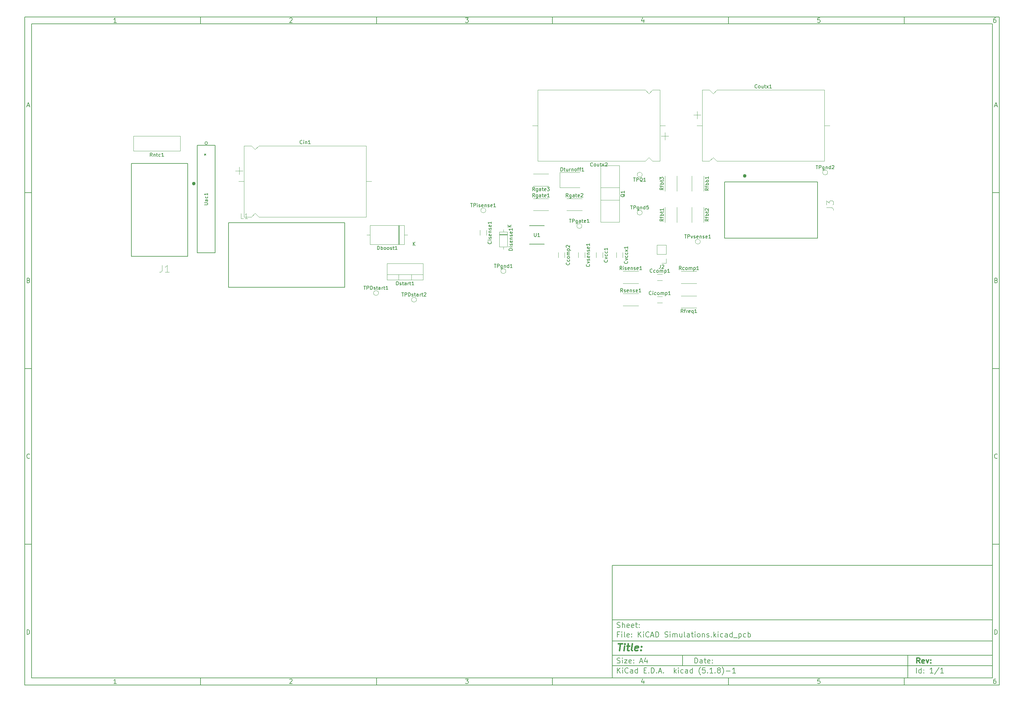
<source format=gbr>
%TF.GenerationSoftware,KiCad,Pcbnew,(5.1.8)-1*%
%TF.CreationDate,2021-03-15T14:42:16-07:00*%
%TF.ProjectId,KiCAD Simulations,4b694341-4420-4536-996d-756c6174696f,rev?*%
%TF.SameCoordinates,Original*%
%TF.FileFunction,Legend,Top*%
%TF.FilePolarity,Positive*%
%FSLAX46Y46*%
G04 Gerber Fmt 4.6, Leading zero omitted, Abs format (unit mm)*
G04 Created by KiCad (PCBNEW (5.1.8)-1) date 2021-03-15 14:42:16*
%MOMM*%
%LPD*%
G01*
G04 APERTURE LIST*
%ADD10C,0.100000*%
%ADD11C,0.150000*%
%ADD12C,0.300000*%
%ADD13C,0.400000*%
%ADD14C,0.120000*%
%ADD15C,0.152400*%
%ADD16C,0.127000*%
%ADD17C,0.500000*%
%ADD18C,0.015000*%
G04 APERTURE END LIST*
D10*
D11*
X177002200Y-166007200D02*
X177002200Y-198007200D01*
X285002200Y-198007200D01*
X285002200Y-166007200D01*
X177002200Y-166007200D01*
D10*
D11*
X10000000Y-10000000D02*
X10000000Y-200007200D01*
X287002200Y-200007200D01*
X287002200Y-10000000D01*
X10000000Y-10000000D01*
D10*
D11*
X12000000Y-12000000D02*
X12000000Y-198007200D01*
X285002200Y-198007200D01*
X285002200Y-12000000D01*
X12000000Y-12000000D01*
D10*
D11*
X60000000Y-12000000D02*
X60000000Y-10000000D01*
D10*
D11*
X110000000Y-12000000D02*
X110000000Y-10000000D01*
D10*
D11*
X160000000Y-12000000D02*
X160000000Y-10000000D01*
D10*
D11*
X210000000Y-12000000D02*
X210000000Y-10000000D01*
D10*
D11*
X260000000Y-12000000D02*
X260000000Y-10000000D01*
D10*
D11*
X36065476Y-11588095D02*
X35322619Y-11588095D01*
X35694047Y-11588095D02*
X35694047Y-10288095D01*
X35570238Y-10473809D01*
X35446428Y-10597619D01*
X35322619Y-10659523D01*
D10*
D11*
X85322619Y-10411904D02*
X85384523Y-10350000D01*
X85508333Y-10288095D01*
X85817857Y-10288095D01*
X85941666Y-10350000D01*
X86003571Y-10411904D01*
X86065476Y-10535714D01*
X86065476Y-10659523D01*
X86003571Y-10845238D01*
X85260714Y-11588095D01*
X86065476Y-11588095D01*
D10*
D11*
X135260714Y-10288095D02*
X136065476Y-10288095D01*
X135632142Y-10783333D01*
X135817857Y-10783333D01*
X135941666Y-10845238D01*
X136003571Y-10907142D01*
X136065476Y-11030952D01*
X136065476Y-11340476D01*
X136003571Y-11464285D01*
X135941666Y-11526190D01*
X135817857Y-11588095D01*
X135446428Y-11588095D01*
X135322619Y-11526190D01*
X135260714Y-11464285D01*
D10*
D11*
X185941666Y-10721428D02*
X185941666Y-11588095D01*
X185632142Y-10226190D02*
X185322619Y-11154761D01*
X186127380Y-11154761D01*
D10*
D11*
X236003571Y-10288095D02*
X235384523Y-10288095D01*
X235322619Y-10907142D01*
X235384523Y-10845238D01*
X235508333Y-10783333D01*
X235817857Y-10783333D01*
X235941666Y-10845238D01*
X236003571Y-10907142D01*
X236065476Y-11030952D01*
X236065476Y-11340476D01*
X236003571Y-11464285D01*
X235941666Y-11526190D01*
X235817857Y-11588095D01*
X235508333Y-11588095D01*
X235384523Y-11526190D01*
X235322619Y-11464285D01*
D10*
D11*
X285941666Y-10288095D02*
X285694047Y-10288095D01*
X285570238Y-10350000D01*
X285508333Y-10411904D01*
X285384523Y-10597619D01*
X285322619Y-10845238D01*
X285322619Y-11340476D01*
X285384523Y-11464285D01*
X285446428Y-11526190D01*
X285570238Y-11588095D01*
X285817857Y-11588095D01*
X285941666Y-11526190D01*
X286003571Y-11464285D01*
X286065476Y-11340476D01*
X286065476Y-11030952D01*
X286003571Y-10907142D01*
X285941666Y-10845238D01*
X285817857Y-10783333D01*
X285570238Y-10783333D01*
X285446428Y-10845238D01*
X285384523Y-10907142D01*
X285322619Y-11030952D01*
D10*
D11*
X60000000Y-198007200D02*
X60000000Y-200007200D01*
D10*
D11*
X110000000Y-198007200D02*
X110000000Y-200007200D01*
D10*
D11*
X160000000Y-198007200D02*
X160000000Y-200007200D01*
D10*
D11*
X210000000Y-198007200D02*
X210000000Y-200007200D01*
D10*
D11*
X260000000Y-198007200D02*
X260000000Y-200007200D01*
D10*
D11*
X36065476Y-199595295D02*
X35322619Y-199595295D01*
X35694047Y-199595295D02*
X35694047Y-198295295D01*
X35570238Y-198481009D01*
X35446428Y-198604819D01*
X35322619Y-198666723D01*
D10*
D11*
X85322619Y-198419104D02*
X85384523Y-198357200D01*
X85508333Y-198295295D01*
X85817857Y-198295295D01*
X85941666Y-198357200D01*
X86003571Y-198419104D01*
X86065476Y-198542914D01*
X86065476Y-198666723D01*
X86003571Y-198852438D01*
X85260714Y-199595295D01*
X86065476Y-199595295D01*
D10*
D11*
X135260714Y-198295295D02*
X136065476Y-198295295D01*
X135632142Y-198790533D01*
X135817857Y-198790533D01*
X135941666Y-198852438D01*
X136003571Y-198914342D01*
X136065476Y-199038152D01*
X136065476Y-199347676D01*
X136003571Y-199471485D01*
X135941666Y-199533390D01*
X135817857Y-199595295D01*
X135446428Y-199595295D01*
X135322619Y-199533390D01*
X135260714Y-199471485D01*
D10*
D11*
X185941666Y-198728628D02*
X185941666Y-199595295D01*
X185632142Y-198233390D02*
X185322619Y-199161961D01*
X186127380Y-199161961D01*
D10*
D11*
X236003571Y-198295295D02*
X235384523Y-198295295D01*
X235322619Y-198914342D01*
X235384523Y-198852438D01*
X235508333Y-198790533D01*
X235817857Y-198790533D01*
X235941666Y-198852438D01*
X236003571Y-198914342D01*
X236065476Y-199038152D01*
X236065476Y-199347676D01*
X236003571Y-199471485D01*
X235941666Y-199533390D01*
X235817857Y-199595295D01*
X235508333Y-199595295D01*
X235384523Y-199533390D01*
X235322619Y-199471485D01*
D10*
D11*
X285941666Y-198295295D02*
X285694047Y-198295295D01*
X285570238Y-198357200D01*
X285508333Y-198419104D01*
X285384523Y-198604819D01*
X285322619Y-198852438D01*
X285322619Y-199347676D01*
X285384523Y-199471485D01*
X285446428Y-199533390D01*
X285570238Y-199595295D01*
X285817857Y-199595295D01*
X285941666Y-199533390D01*
X286003571Y-199471485D01*
X286065476Y-199347676D01*
X286065476Y-199038152D01*
X286003571Y-198914342D01*
X285941666Y-198852438D01*
X285817857Y-198790533D01*
X285570238Y-198790533D01*
X285446428Y-198852438D01*
X285384523Y-198914342D01*
X285322619Y-199038152D01*
D10*
D11*
X10000000Y-60000000D02*
X12000000Y-60000000D01*
D10*
D11*
X10000000Y-110000000D02*
X12000000Y-110000000D01*
D10*
D11*
X10000000Y-160000000D02*
X12000000Y-160000000D01*
D10*
D11*
X10690476Y-35216666D02*
X11309523Y-35216666D01*
X10566666Y-35588095D02*
X11000000Y-34288095D01*
X11433333Y-35588095D01*
D10*
D11*
X11092857Y-84907142D02*
X11278571Y-84969047D01*
X11340476Y-85030952D01*
X11402380Y-85154761D01*
X11402380Y-85340476D01*
X11340476Y-85464285D01*
X11278571Y-85526190D01*
X11154761Y-85588095D01*
X10659523Y-85588095D01*
X10659523Y-84288095D01*
X11092857Y-84288095D01*
X11216666Y-84350000D01*
X11278571Y-84411904D01*
X11340476Y-84535714D01*
X11340476Y-84659523D01*
X11278571Y-84783333D01*
X11216666Y-84845238D01*
X11092857Y-84907142D01*
X10659523Y-84907142D01*
D10*
D11*
X11402380Y-135464285D02*
X11340476Y-135526190D01*
X11154761Y-135588095D01*
X11030952Y-135588095D01*
X10845238Y-135526190D01*
X10721428Y-135402380D01*
X10659523Y-135278571D01*
X10597619Y-135030952D01*
X10597619Y-134845238D01*
X10659523Y-134597619D01*
X10721428Y-134473809D01*
X10845238Y-134350000D01*
X11030952Y-134288095D01*
X11154761Y-134288095D01*
X11340476Y-134350000D01*
X11402380Y-134411904D01*
D10*
D11*
X10659523Y-185588095D02*
X10659523Y-184288095D01*
X10969047Y-184288095D01*
X11154761Y-184350000D01*
X11278571Y-184473809D01*
X11340476Y-184597619D01*
X11402380Y-184845238D01*
X11402380Y-185030952D01*
X11340476Y-185278571D01*
X11278571Y-185402380D01*
X11154761Y-185526190D01*
X10969047Y-185588095D01*
X10659523Y-185588095D01*
D10*
D11*
X287002200Y-60000000D02*
X285002200Y-60000000D01*
D10*
D11*
X287002200Y-110000000D02*
X285002200Y-110000000D01*
D10*
D11*
X287002200Y-160000000D02*
X285002200Y-160000000D01*
D10*
D11*
X285692676Y-35216666D02*
X286311723Y-35216666D01*
X285568866Y-35588095D02*
X286002200Y-34288095D01*
X286435533Y-35588095D01*
D10*
D11*
X286095057Y-84907142D02*
X286280771Y-84969047D01*
X286342676Y-85030952D01*
X286404580Y-85154761D01*
X286404580Y-85340476D01*
X286342676Y-85464285D01*
X286280771Y-85526190D01*
X286156961Y-85588095D01*
X285661723Y-85588095D01*
X285661723Y-84288095D01*
X286095057Y-84288095D01*
X286218866Y-84350000D01*
X286280771Y-84411904D01*
X286342676Y-84535714D01*
X286342676Y-84659523D01*
X286280771Y-84783333D01*
X286218866Y-84845238D01*
X286095057Y-84907142D01*
X285661723Y-84907142D01*
D10*
D11*
X286404580Y-135464285D02*
X286342676Y-135526190D01*
X286156961Y-135588095D01*
X286033152Y-135588095D01*
X285847438Y-135526190D01*
X285723628Y-135402380D01*
X285661723Y-135278571D01*
X285599819Y-135030952D01*
X285599819Y-134845238D01*
X285661723Y-134597619D01*
X285723628Y-134473809D01*
X285847438Y-134350000D01*
X286033152Y-134288095D01*
X286156961Y-134288095D01*
X286342676Y-134350000D01*
X286404580Y-134411904D01*
D10*
D11*
X285661723Y-185588095D02*
X285661723Y-184288095D01*
X285971247Y-184288095D01*
X286156961Y-184350000D01*
X286280771Y-184473809D01*
X286342676Y-184597619D01*
X286404580Y-184845238D01*
X286404580Y-185030952D01*
X286342676Y-185278571D01*
X286280771Y-185402380D01*
X286156961Y-185526190D01*
X285971247Y-185588095D01*
X285661723Y-185588095D01*
D10*
D11*
X200434342Y-193785771D02*
X200434342Y-192285771D01*
X200791485Y-192285771D01*
X201005771Y-192357200D01*
X201148628Y-192500057D01*
X201220057Y-192642914D01*
X201291485Y-192928628D01*
X201291485Y-193142914D01*
X201220057Y-193428628D01*
X201148628Y-193571485D01*
X201005771Y-193714342D01*
X200791485Y-193785771D01*
X200434342Y-193785771D01*
X202577200Y-193785771D02*
X202577200Y-193000057D01*
X202505771Y-192857200D01*
X202362914Y-192785771D01*
X202077200Y-192785771D01*
X201934342Y-192857200D01*
X202577200Y-193714342D02*
X202434342Y-193785771D01*
X202077200Y-193785771D01*
X201934342Y-193714342D01*
X201862914Y-193571485D01*
X201862914Y-193428628D01*
X201934342Y-193285771D01*
X202077200Y-193214342D01*
X202434342Y-193214342D01*
X202577200Y-193142914D01*
X203077200Y-192785771D02*
X203648628Y-192785771D01*
X203291485Y-192285771D02*
X203291485Y-193571485D01*
X203362914Y-193714342D01*
X203505771Y-193785771D01*
X203648628Y-193785771D01*
X204720057Y-193714342D02*
X204577200Y-193785771D01*
X204291485Y-193785771D01*
X204148628Y-193714342D01*
X204077200Y-193571485D01*
X204077200Y-193000057D01*
X204148628Y-192857200D01*
X204291485Y-192785771D01*
X204577200Y-192785771D01*
X204720057Y-192857200D01*
X204791485Y-193000057D01*
X204791485Y-193142914D01*
X204077200Y-193285771D01*
X205434342Y-193642914D02*
X205505771Y-193714342D01*
X205434342Y-193785771D01*
X205362914Y-193714342D01*
X205434342Y-193642914D01*
X205434342Y-193785771D01*
X205434342Y-192857200D02*
X205505771Y-192928628D01*
X205434342Y-193000057D01*
X205362914Y-192928628D01*
X205434342Y-192857200D01*
X205434342Y-193000057D01*
D10*
D11*
X177002200Y-194507200D02*
X285002200Y-194507200D01*
D10*
D11*
X178434342Y-196585771D02*
X178434342Y-195085771D01*
X179291485Y-196585771D02*
X178648628Y-195728628D01*
X179291485Y-195085771D02*
X178434342Y-195942914D01*
X179934342Y-196585771D02*
X179934342Y-195585771D01*
X179934342Y-195085771D02*
X179862914Y-195157200D01*
X179934342Y-195228628D01*
X180005771Y-195157200D01*
X179934342Y-195085771D01*
X179934342Y-195228628D01*
X181505771Y-196442914D02*
X181434342Y-196514342D01*
X181220057Y-196585771D01*
X181077200Y-196585771D01*
X180862914Y-196514342D01*
X180720057Y-196371485D01*
X180648628Y-196228628D01*
X180577200Y-195942914D01*
X180577200Y-195728628D01*
X180648628Y-195442914D01*
X180720057Y-195300057D01*
X180862914Y-195157200D01*
X181077200Y-195085771D01*
X181220057Y-195085771D01*
X181434342Y-195157200D01*
X181505771Y-195228628D01*
X182791485Y-196585771D02*
X182791485Y-195800057D01*
X182720057Y-195657200D01*
X182577200Y-195585771D01*
X182291485Y-195585771D01*
X182148628Y-195657200D01*
X182791485Y-196514342D02*
X182648628Y-196585771D01*
X182291485Y-196585771D01*
X182148628Y-196514342D01*
X182077200Y-196371485D01*
X182077200Y-196228628D01*
X182148628Y-196085771D01*
X182291485Y-196014342D01*
X182648628Y-196014342D01*
X182791485Y-195942914D01*
X184148628Y-196585771D02*
X184148628Y-195085771D01*
X184148628Y-196514342D02*
X184005771Y-196585771D01*
X183720057Y-196585771D01*
X183577200Y-196514342D01*
X183505771Y-196442914D01*
X183434342Y-196300057D01*
X183434342Y-195871485D01*
X183505771Y-195728628D01*
X183577200Y-195657200D01*
X183720057Y-195585771D01*
X184005771Y-195585771D01*
X184148628Y-195657200D01*
X186005771Y-195800057D02*
X186505771Y-195800057D01*
X186720057Y-196585771D02*
X186005771Y-196585771D01*
X186005771Y-195085771D01*
X186720057Y-195085771D01*
X187362914Y-196442914D02*
X187434342Y-196514342D01*
X187362914Y-196585771D01*
X187291485Y-196514342D01*
X187362914Y-196442914D01*
X187362914Y-196585771D01*
X188077200Y-196585771D02*
X188077200Y-195085771D01*
X188434342Y-195085771D01*
X188648628Y-195157200D01*
X188791485Y-195300057D01*
X188862914Y-195442914D01*
X188934342Y-195728628D01*
X188934342Y-195942914D01*
X188862914Y-196228628D01*
X188791485Y-196371485D01*
X188648628Y-196514342D01*
X188434342Y-196585771D01*
X188077200Y-196585771D01*
X189577200Y-196442914D02*
X189648628Y-196514342D01*
X189577200Y-196585771D01*
X189505771Y-196514342D01*
X189577200Y-196442914D01*
X189577200Y-196585771D01*
X190220057Y-196157200D02*
X190934342Y-196157200D01*
X190077200Y-196585771D02*
X190577200Y-195085771D01*
X191077200Y-196585771D01*
X191577200Y-196442914D02*
X191648628Y-196514342D01*
X191577200Y-196585771D01*
X191505771Y-196514342D01*
X191577200Y-196442914D01*
X191577200Y-196585771D01*
X194577200Y-196585771D02*
X194577200Y-195085771D01*
X194720057Y-196014342D02*
X195148628Y-196585771D01*
X195148628Y-195585771D02*
X194577200Y-196157200D01*
X195791485Y-196585771D02*
X195791485Y-195585771D01*
X195791485Y-195085771D02*
X195720057Y-195157200D01*
X195791485Y-195228628D01*
X195862914Y-195157200D01*
X195791485Y-195085771D01*
X195791485Y-195228628D01*
X197148628Y-196514342D02*
X197005771Y-196585771D01*
X196720057Y-196585771D01*
X196577200Y-196514342D01*
X196505771Y-196442914D01*
X196434342Y-196300057D01*
X196434342Y-195871485D01*
X196505771Y-195728628D01*
X196577200Y-195657200D01*
X196720057Y-195585771D01*
X197005771Y-195585771D01*
X197148628Y-195657200D01*
X198434342Y-196585771D02*
X198434342Y-195800057D01*
X198362914Y-195657200D01*
X198220057Y-195585771D01*
X197934342Y-195585771D01*
X197791485Y-195657200D01*
X198434342Y-196514342D02*
X198291485Y-196585771D01*
X197934342Y-196585771D01*
X197791485Y-196514342D01*
X197720057Y-196371485D01*
X197720057Y-196228628D01*
X197791485Y-196085771D01*
X197934342Y-196014342D01*
X198291485Y-196014342D01*
X198434342Y-195942914D01*
X199791485Y-196585771D02*
X199791485Y-195085771D01*
X199791485Y-196514342D02*
X199648628Y-196585771D01*
X199362914Y-196585771D01*
X199220057Y-196514342D01*
X199148628Y-196442914D01*
X199077200Y-196300057D01*
X199077200Y-195871485D01*
X199148628Y-195728628D01*
X199220057Y-195657200D01*
X199362914Y-195585771D01*
X199648628Y-195585771D01*
X199791485Y-195657200D01*
X202077200Y-197157200D02*
X202005771Y-197085771D01*
X201862914Y-196871485D01*
X201791485Y-196728628D01*
X201720057Y-196514342D01*
X201648628Y-196157200D01*
X201648628Y-195871485D01*
X201720057Y-195514342D01*
X201791485Y-195300057D01*
X201862914Y-195157200D01*
X202005771Y-194942914D01*
X202077200Y-194871485D01*
X203362914Y-195085771D02*
X202648628Y-195085771D01*
X202577200Y-195800057D01*
X202648628Y-195728628D01*
X202791485Y-195657200D01*
X203148628Y-195657200D01*
X203291485Y-195728628D01*
X203362914Y-195800057D01*
X203434342Y-195942914D01*
X203434342Y-196300057D01*
X203362914Y-196442914D01*
X203291485Y-196514342D01*
X203148628Y-196585771D01*
X202791485Y-196585771D01*
X202648628Y-196514342D01*
X202577200Y-196442914D01*
X204077200Y-196442914D02*
X204148628Y-196514342D01*
X204077200Y-196585771D01*
X204005771Y-196514342D01*
X204077200Y-196442914D01*
X204077200Y-196585771D01*
X205577200Y-196585771D02*
X204720057Y-196585771D01*
X205148628Y-196585771D02*
X205148628Y-195085771D01*
X205005771Y-195300057D01*
X204862914Y-195442914D01*
X204720057Y-195514342D01*
X206220057Y-196442914D02*
X206291485Y-196514342D01*
X206220057Y-196585771D01*
X206148628Y-196514342D01*
X206220057Y-196442914D01*
X206220057Y-196585771D01*
X207148628Y-195728628D02*
X207005771Y-195657200D01*
X206934342Y-195585771D01*
X206862914Y-195442914D01*
X206862914Y-195371485D01*
X206934342Y-195228628D01*
X207005771Y-195157200D01*
X207148628Y-195085771D01*
X207434342Y-195085771D01*
X207577200Y-195157200D01*
X207648628Y-195228628D01*
X207720057Y-195371485D01*
X207720057Y-195442914D01*
X207648628Y-195585771D01*
X207577200Y-195657200D01*
X207434342Y-195728628D01*
X207148628Y-195728628D01*
X207005771Y-195800057D01*
X206934342Y-195871485D01*
X206862914Y-196014342D01*
X206862914Y-196300057D01*
X206934342Y-196442914D01*
X207005771Y-196514342D01*
X207148628Y-196585771D01*
X207434342Y-196585771D01*
X207577200Y-196514342D01*
X207648628Y-196442914D01*
X207720057Y-196300057D01*
X207720057Y-196014342D01*
X207648628Y-195871485D01*
X207577200Y-195800057D01*
X207434342Y-195728628D01*
X208220057Y-197157200D02*
X208291485Y-197085771D01*
X208434342Y-196871485D01*
X208505771Y-196728628D01*
X208577200Y-196514342D01*
X208648628Y-196157200D01*
X208648628Y-195871485D01*
X208577200Y-195514342D01*
X208505771Y-195300057D01*
X208434342Y-195157200D01*
X208291485Y-194942914D01*
X208220057Y-194871485D01*
X209362914Y-196014342D02*
X210505771Y-196014342D01*
X212005771Y-196585771D02*
X211148628Y-196585771D01*
X211577200Y-196585771D02*
X211577200Y-195085771D01*
X211434342Y-195300057D01*
X211291485Y-195442914D01*
X211148628Y-195514342D01*
D10*
D11*
X177002200Y-191507200D02*
X285002200Y-191507200D01*
D10*
D12*
X264411485Y-193785771D02*
X263911485Y-193071485D01*
X263554342Y-193785771D02*
X263554342Y-192285771D01*
X264125771Y-192285771D01*
X264268628Y-192357200D01*
X264340057Y-192428628D01*
X264411485Y-192571485D01*
X264411485Y-192785771D01*
X264340057Y-192928628D01*
X264268628Y-193000057D01*
X264125771Y-193071485D01*
X263554342Y-193071485D01*
X265625771Y-193714342D02*
X265482914Y-193785771D01*
X265197200Y-193785771D01*
X265054342Y-193714342D01*
X264982914Y-193571485D01*
X264982914Y-193000057D01*
X265054342Y-192857200D01*
X265197200Y-192785771D01*
X265482914Y-192785771D01*
X265625771Y-192857200D01*
X265697200Y-193000057D01*
X265697200Y-193142914D01*
X264982914Y-193285771D01*
X266197200Y-192785771D02*
X266554342Y-193785771D01*
X266911485Y-192785771D01*
X267482914Y-193642914D02*
X267554342Y-193714342D01*
X267482914Y-193785771D01*
X267411485Y-193714342D01*
X267482914Y-193642914D01*
X267482914Y-193785771D01*
X267482914Y-192857200D02*
X267554342Y-192928628D01*
X267482914Y-193000057D01*
X267411485Y-192928628D01*
X267482914Y-192857200D01*
X267482914Y-193000057D01*
D10*
D11*
X178362914Y-193714342D02*
X178577200Y-193785771D01*
X178934342Y-193785771D01*
X179077200Y-193714342D01*
X179148628Y-193642914D01*
X179220057Y-193500057D01*
X179220057Y-193357200D01*
X179148628Y-193214342D01*
X179077200Y-193142914D01*
X178934342Y-193071485D01*
X178648628Y-193000057D01*
X178505771Y-192928628D01*
X178434342Y-192857200D01*
X178362914Y-192714342D01*
X178362914Y-192571485D01*
X178434342Y-192428628D01*
X178505771Y-192357200D01*
X178648628Y-192285771D01*
X179005771Y-192285771D01*
X179220057Y-192357200D01*
X179862914Y-193785771D02*
X179862914Y-192785771D01*
X179862914Y-192285771D02*
X179791485Y-192357200D01*
X179862914Y-192428628D01*
X179934342Y-192357200D01*
X179862914Y-192285771D01*
X179862914Y-192428628D01*
X180434342Y-192785771D02*
X181220057Y-192785771D01*
X180434342Y-193785771D01*
X181220057Y-193785771D01*
X182362914Y-193714342D02*
X182220057Y-193785771D01*
X181934342Y-193785771D01*
X181791485Y-193714342D01*
X181720057Y-193571485D01*
X181720057Y-193000057D01*
X181791485Y-192857200D01*
X181934342Y-192785771D01*
X182220057Y-192785771D01*
X182362914Y-192857200D01*
X182434342Y-193000057D01*
X182434342Y-193142914D01*
X181720057Y-193285771D01*
X183077200Y-193642914D02*
X183148628Y-193714342D01*
X183077200Y-193785771D01*
X183005771Y-193714342D01*
X183077200Y-193642914D01*
X183077200Y-193785771D01*
X183077200Y-192857200D02*
X183148628Y-192928628D01*
X183077200Y-193000057D01*
X183005771Y-192928628D01*
X183077200Y-192857200D01*
X183077200Y-193000057D01*
X184862914Y-193357200D02*
X185577200Y-193357200D01*
X184720057Y-193785771D02*
X185220057Y-192285771D01*
X185720057Y-193785771D01*
X186862914Y-192785771D02*
X186862914Y-193785771D01*
X186505771Y-192214342D02*
X186148628Y-193285771D01*
X187077200Y-193285771D01*
D10*
D11*
X263434342Y-196585771D02*
X263434342Y-195085771D01*
X264791485Y-196585771D02*
X264791485Y-195085771D01*
X264791485Y-196514342D02*
X264648628Y-196585771D01*
X264362914Y-196585771D01*
X264220057Y-196514342D01*
X264148628Y-196442914D01*
X264077200Y-196300057D01*
X264077200Y-195871485D01*
X264148628Y-195728628D01*
X264220057Y-195657200D01*
X264362914Y-195585771D01*
X264648628Y-195585771D01*
X264791485Y-195657200D01*
X265505771Y-196442914D02*
X265577200Y-196514342D01*
X265505771Y-196585771D01*
X265434342Y-196514342D01*
X265505771Y-196442914D01*
X265505771Y-196585771D01*
X265505771Y-195657200D02*
X265577200Y-195728628D01*
X265505771Y-195800057D01*
X265434342Y-195728628D01*
X265505771Y-195657200D01*
X265505771Y-195800057D01*
X268148628Y-196585771D02*
X267291485Y-196585771D01*
X267720057Y-196585771D02*
X267720057Y-195085771D01*
X267577200Y-195300057D01*
X267434342Y-195442914D01*
X267291485Y-195514342D01*
X269862914Y-195014342D02*
X268577200Y-196942914D01*
X271148628Y-196585771D02*
X270291485Y-196585771D01*
X270720057Y-196585771D02*
X270720057Y-195085771D01*
X270577200Y-195300057D01*
X270434342Y-195442914D01*
X270291485Y-195514342D01*
D10*
D11*
X177002200Y-187507200D02*
X285002200Y-187507200D01*
D10*
D13*
X178714580Y-188211961D02*
X179857438Y-188211961D01*
X179036009Y-190211961D02*
X179286009Y-188211961D01*
X180274104Y-190211961D02*
X180440771Y-188878628D01*
X180524104Y-188211961D02*
X180416961Y-188307200D01*
X180500295Y-188402438D01*
X180607438Y-188307200D01*
X180524104Y-188211961D01*
X180500295Y-188402438D01*
X181107438Y-188878628D02*
X181869342Y-188878628D01*
X181476485Y-188211961D02*
X181262200Y-189926247D01*
X181333628Y-190116723D01*
X181512200Y-190211961D01*
X181702676Y-190211961D01*
X182655057Y-190211961D02*
X182476485Y-190116723D01*
X182405057Y-189926247D01*
X182619342Y-188211961D01*
X184190771Y-190116723D02*
X183988390Y-190211961D01*
X183607438Y-190211961D01*
X183428866Y-190116723D01*
X183357438Y-189926247D01*
X183452676Y-189164342D01*
X183571723Y-188973866D01*
X183774104Y-188878628D01*
X184155057Y-188878628D01*
X184333628Y-188973866D01*
X184405057Y-189164342D01*
X184381247Y-189354819D01*
X183405057Y-189545295D01*
X185155057Y-190021485D02*
X185238390Y-190116723D01*
X185131247Y-190211961D01*
X185047914Y-190116723D01*
X185155057Y-190021485D01*
X185131247Y-190211961D01*
X185286009Y-188973866D02*
X185369342Y-189069104D01*
X185262200Y-189164342D01*
X185178866Y-189069104D01*
X185286009Y-188973866D01*
X185262200Y-189164342D01*
D10*
D11*
X178934342Y-185600057D02*
X178434342Y-185600057D01*
X178434342Y-186385771D02*
X178434342Y-184885771D01*
X179148628Y-184885771D01*
X179720057Y-186385771D02*
X179720057Y-185385771D01*
X179720057Y-184885771D02*
X179648628Y-184957200D01*
X179720057Y-185028628D01*
X179791485Y-184957200D01*
X179720057Y-184885771D01*
X179720057Y-185028628D01*
X180648628Y-186385771D02*
X180505771Y-186314342D01*
X180434342Y-186171485D01*
X180434342Y-184885771D01*
X181791485Y-186314342D02*
X181648628Y-186385771D01*
X181362914Y-186385771D01*
X181220057Y-186314342D01*
X181148628Y-186171485D01*
X181148628Y-185600057D01*
X181220057Y-185457200D01*
X181362914Y-185385771D01*
X181648628Y-185385771D01*
X181791485Y-185457200D01*
X181862914Y-185600057D01*
X181862914Y-185742914D01*
X181148628Y-185885771D01*
X182505771Y-186242914D02*
X182577200Y-186314342D01*
X182505771Y-186385771D01*
X182434342Y-186314342D01*
X182505771Y-186242914D01*
X182505771Y-186385771D01*
X182505771Y-185457200D02*
X182577200Y-185528628D01*
X182505771Y-185600057D01*
X182434342Y-185528628D01*
X182505771Y-185457200D01*
X182505771Y-185600057D01*
X184362914Y-186385771D02*
X184362914Y-184885771D01*
X185220057Y-186385771D02*
X184577200Y-185528628D01*
X185220057Y-184885771D02*
X184362914Y-185742914D01*
X185862914Y-186385771D02*
X185862914Y-185385771D01*
X185862914Y-184885771D02*
X185791485Y-184957200D01*
X185862914Y-185028628D01*
X185934342Y-184957200D01*
X185862914Y-184885771D01*
X185862914Y-185028628D01*
X187434342Y-186242914D02*
X187362914Y-186314342D01*
X187148628Y-186385771D01*
X187005771Y-186385771D01*
X186791485Y-186314342D01*
X186648628Y-186171485D01*
X186577200Y-186028628D01*
X186505771Y-185742914D01*
X186505771Y-185528628D01*
X186577200Y-185242914D01*
X186648628Y-185100057D01*
X186791485Y-184957200D01*
X187005771Y-184885771D01*
X187148628Y-184885771D01*
X187362914Y-184957200D01*
X187434342Y-185028628D01*
X188005771Y-185957200D02*
X188720057Y-185957200D01*
X187862914Y-186385771D02*
X188362914Y-184885771D01*
X188862914Y-186385771D01*
X189362914Y-186385771D02*
X189362914Y-184885771D01*
X189720057Y-184885771D01*
X189934342Y-184957200D01*
X190077200Y-185100057D01*
X190148628Y-185242914D01*
X190220057Y-185528628D01*
X190220057Y-185742914D01*
X190148628Y-186028628D01*
X190077200Y-186171485D01*
X189934342Y-186314342D01*
X189720057Y-186385771D01*
X189362914Y-186385771D01*
X191934342Y-186314342D02*
X192148628Y-186385771D01*
X192505771Y-186385771D01*
X192648628Y-186314342D01*
X192720057Y-186242914D01*
X192791485Y-186100057D01*
X192791485Y-185957200D01*
X192720057Y-185814342D01*
X192648628Y-185742914D01*
X192505771Y-185671485D01*
X192220057Y-185600057D01*
X192077200Y-185528628D01*
X192005771Y-185457200D01*
X191934342Y-185314342D01*
X191934342Y-185171485D01*
X192005771Y-185028628D01*
X192077200Y-184957200D01*
X192220057Y-184885771D01*
X192577200Y-184885771D01*
X192791485Y-184957200D01*
X193434342Y-186385771D02*
X193434342Y-185385771D01*
X193434342Y-184885771D02*
X193362914Y-184957200D01*
X193434342Y-185028628D01*
X193505771Y-184957200D01*
X193434342Y-184885771D01*
X193434342Y-185028628D01*
X194148628Y-186385771D02*
X194148628Y-185385771D01*
X194148628Y-185528628D02*
X194220057Y-185457200D01*
X194362914Y-185385771D01*
X194577200Y-185385771D01*
X194720057Y-185457200D01*
X194791485Y-185600057D01*
X194791485Y-186385771D01*
X194791485Y-185600057D02*
X194862914Y-185457200D01*
X195005771Y-185385771D01*
X195220057Y-185385771D01*
X195362914Y-185457200D01*
X195434342Y-185600057D01*
X195434342Y-186385771D01*
X196791485Y-185385771D02*
X196791485Y-186385771D01*
X196148628Y-185385771D02*
X196148628Y-186171485D01*
X196220057Y-186314342D01*
X196362914Y-186385771D01*
X196577200Y-186385771D01*
X196720057Y-186314342D01*
X196791485Y-186242914D01*
X197720057Y-186385771D02*
X197577200Y-186314342D01*
X197505771Y-186171485D01*
X197505771Y-184885771D01*
X198934342Y-186385771D02*
X198934342Y-185600057D01*
X198862914Y-185457200D01*
X198720057Y-185385771D01*
X198434342Y-185385771D01*
X198291485Y-185457200D01*
X198934342Y-186314342D02*
X198791485Y-186385771D01*
X198434342Y-186385771D01*
X198291485Y-186314342D01*
X198220057Y-186171485D01*
X198220057Y-186028628D01*
X198291485Y-185885771D01*
X198434342Y-185814342D01*
X198791485Y-185814342D01*
X198934342Y-185742914D01*
X199434342Y-185385771D02*
X200005771Y-185385771D01*
X199648628Y-184885771D02*
X199648628Y-186171485D01*
X199720057Y-186314342D01*
X199862914Y-186385771D01*
X200005771Y-186385771D01*
X200505771Y-186385771D02*
X200505771Y-185385771D01*
X200505771Y-184885771D02*
X200434342Y-184957200D01*
X200505771Y-185028628D01*
X200577200Y-184957200D01*
X200505771Y-184885771D01*
X200505771Y-185028628D01*
X201434342Y-186385771D02*
X201291485Y-186314342D01*
X201220057Y-186242914D01*
X201148628Y-186100057D01*
X201148628Y-185671485D01*
X201220057Y-185528628D01*
X201291485Y-185457200D01*
X201434342Y-185385771D01*
X201648628Y-185385771D01*
X201791485Y-185457200D01*
X201862914Y-185528628D01*
X201934342Y-185671485D01*
X201934342Y-186100057D01*
X201862914Y-186242914D01*
X201791485Y-186314342D01*
X201648628Y-186385771D01*
X201434342Y-186385771D01*
X202577200Y-185385771D02*
X202577200Y-186385771D01*
X202577200Y-185528628D02*
X202648628Y-185457200D01*
X202791485Y-185385771D01*
X203005771Y-185385771D01*
X203148628Y-185457200D01*
X203220057Y-185600057D01*
X203220057Y-186385771D01*
X203862914Y-186314342D02*
X204005771Y-186385771D01*
X204291485Y-186385771D01*
X204434342Y-186314342D01*
X204505771Y-186171485D01*
X204505771Y-186100057D01*
X204434342Y-185957200D01*
X204291485Y-185885771D01*
X204077200Y-185885771D01*
X203934342Y-185814342D01*
X203862914Y-185671485D01*
X203862914Y-185600057D01*
X203934342Y-185457200D01*
X204077200Y-185385771D01*
X204291485Y-185385771D01*
X204434342Y-185457200D01*
X205148628Y-186242914D02*
X205220057Y-186314342D01*
X205148628Y-186385771D01*
X205077200Y-186314342D01*
X205148628Y-186242914D01*
X205148628Y-186385771D01*
X205862914Y-186385771D02*
X205862914Y-184885771D01*
X206005771Y-185814342D02*
X206434342Y-186385771D01*
X206434342Y-185385771D02*
X205862914Y-185957200D01*
X207077200Y-186385771D02*
X207077200Y-185385771D01*
X207077200Y-184885771D02*
X207005771Y-184957200D01*
X207077200Y-185028628D01*
X207148628Y-184957200D01*
X207077200Y-184885771D01*
X207077200Y-185028628D01*
X208434342Y-186314342D02*
X208291485Y-186385771D01*
X208005771Y-186385771D01*
X207862914Y-186314342D01*
X207791485Y-186242914D01*
X207720057Y-186100057D01*
X207720057Y-185671485D01*
X207791485Y-185528628D01*
X207862914Y-185457200D01*
X208005771Y-185385771D01*
X208291485Y-185385771D01*
X208434342Y-185457200D01*
X209720057Y-186385771D02*
X209720057Y-185600057D01*
X209648628Y-185457200D01*
X209505771Y-185385771D01*
X209220057Y-185385771D01*
X209077200Y-185457200D01*
X209720057Y-186314342D02*
X209577200Y-186385771D01*
X209220057Y-186385771D01*
X209077200Y-186314342D01*
X209005771Y-186171485D01*
X209005771Y-186028628D01*
X209077200Y-185885771D01*
X209220057Y-185814342D01*
X209577200Y-185814342D01*
X209720057Y-185742914D01*
X211077200Y-186385771D02*
X211077200Y-184885771D01*
X211077200Y-186314342D02*
X210934342Y-186385771D01*
X210648628Y-186385771D01*
X210505771Y-186314342D01*
X210434342Y-186242914D01*
X210362914Y-186100057D01*
X210362914Y-185671485D01*
X210434342Y-185528628D01*
X210505771Y-185457200D01*
X210648628Y-185385771D01*
X210934342Y-185385771D01*
X211077200Y-185457200D01*
X211434342Y-186528628D02*
X212577200Y-186528628D01*
X212934342Y-185385771D02*
X212934342Y-186885771D01*
X212934342Y-185457200D02*
X213077200Y-185385771D01*
X213362914Y-185385771D01*
X213505771Y-185457200D01*
X213577200Y-185528628D01*
X213648628Y-185671485D01*
X213648628Y-186100057D01*
X213577200Y-186242914D01*
X213505771Y-186314342D01*
X213362914Y-186385771D01*
X213077200Y-186385771D01*
X212934342Y-186314342D01*
X214934342Y-186314342D02*
X214791485Y-186385771D01*
X214505771Y-186385771D01*
X214362914Y-186314342D01*
X214291485Y-186242914D01*
X214220057Y-186100057D01*
X214220057Y-185671485D01*
X214291485Y-185528628D01*
X214362914Y-185457200D01*
X214505771Y-185385771D01*
X214791485Y-185385771D01*
X214934342Y-185457200D01*
X215577200Y-186385771D02*
X215577200Y-184885771D01*
X215577200Y-185457200D02*
X215720057Y-185385771D01*
X216005771Y-185385771D01*
X216148628Y-185457200D01*
X216220057Y-185528628D01*
X216291485Y-185671485D01*
X216291485Y-186100057D01*
X216220057Y-186242914D01*
X216148628Y-186314342D01*
X216005771Y-186385771D01*
X215720057Y-186385771D01*
X215577200Y-186314342D01*
D10*
D11*
X177002200Y-181507200D02*
X285002200Y-181507200D01*
D10*
D11*
X178362914Y-183614342D02*
X178577200Y-183685771D01*
X178934342Y-183685771D01*
X179077200Y-183614342D01*
X179148628Y-183542914D01*
X179220057Y-183400057D01*
X179220057Y-183257200D01*
X179148628Y-183114342D01*
X179077200Y-183042914D01*
X178934342Y-182971485D01*
X178648628Y-182900057D01*
X178505771Y-182828628D01*
X178434342Y-182757200D01*
X178362914Y-182614342D01*
X178362914Y-182471485D01*
X178434342Y-182328628D01*
X178505771Y-182257200D01*
X178648628Y-182185771D01*
X179005771Y-182185771D01*
X179220057Y-182257200D01*
X179862914Y-183685771D02*
X179862914Y-182185771D01*
X180505771Y-183685771D02*
X180505771Y-182900057D01*
X180434342Y-182757200D01*
X180291485Y-182685771D01*
X180077200Y-182685771D01*
X179934342Y-182757200D01*
X179862914Y-182828628D01*
X181791485Y-183614342D02*
X181648628Y-183685771D01*
X181362914Y-183685771D01*
X181220057Y-183614342D01*
X181148628Y-183471485D01*
X181148628Y-182900057D01*
X181220057Y-182757200D01*
X181362914Y-182685771D01*
X181648628Y-182685771D01*
X181791485Y-182757200D01*
X181862914Y-182900057D01*
X181862914Y-183042914D01*
X181148628Y-183185771D01*
X183077200Y-183614342D02*
X182934342Y-183685771D01*
X182648628Y-183685771D01*
X182505771Y-183614342D01*
X182434342Y-183471485D01*
X182434342Y-182900057D01*
X182505771Y-182757200D01*
X182648628Y-182685771D01*
X182934342Y-182685771D01*
X183077200Y-182757200D01*
X183148628Y-182900057D01*
X183148628Y-183042914D01*
X182434342Y-183185771D01*
X183577200Y-182685771D02*
X184148628Y-182685771D01*
X183791485Y-182185771D02*
X183791485Y-183471485D01*
X183862914Y-183614342D01*
X184005771Y-183685771D01*
X184148628Y-183685771D01*
X184648628Y-183542914D02*
X184720057Y-183614342D01*
X184648628Y-183685771D01*
X184577200Y-183614342D01*
X184648628Y-183542914D01*
X184648628Y-183685771D01*
X184648628Y-182757200D02*
X184720057Y-182828628D01*
X184648628Y-182900057D01*
X184577200Y-182828628D01*
X184648628Y-182757200D01*
X184648628Y-182900057D01*
D10*
D11*
X197002200Y-191507200D02*
X197002200Y-194507200D01*
D10*
D11*
X261002200Y-191507200D02*
X261002200Y-198007200D01*
D14*
%TO.C,Coutx2*%
X192995000Y-43894000D02*
X190895000Y-43894000D01*
X191945000Y-44944000D02*
X191945000Y-42844000D01*
X190545000Y-51014000D02*
X190545000Y-30774000D01*
X155805000Y-51014000D02*
X155805000Y-30774000D01*
X190545000Y-51014000D02*
X188445000Y-51014000D01*
X188445000Y-51014000D02*
X187395000Y-49964000D01*
X187395000Y-49964000D02*
X186345000Y-51014000D01*
X186345000Y-51014000D02*
X155805000Y-51014000D01*
X190545000Y-30774000D02*
X188445000Y-30774000D01*
X188445000Y-30774000D02*
X187395000Y-31824000D01*
X187395000Y-31824000D02*
X186345000Y-30774000D01*
X186345000Y-30774000D02*
X155805000Y-30774000D01*
X192035000Y-40894000D02*
X190545000Y-40894000D01*
X154315000Y-40894000D02*
X155805000Y-40894000D01*
%TO.C,J2*%
X192338000Y-74870000D02*
X189678000Y-74870000D01*
X192338000Y-77470000D02*
X192338000Y-74870000D01*
X189678000Y-77470000D02*
X189678000Y-74870000D01*
X192338000Y-77470000D02*
X189678000Y-77470000D01*
X192338000Y-78740000D02*
X192338000Y-80070000D01*
X192338000Y-80070000D02*
X191008000Y-80070000D01*
D15*
%TO.C,Uac1*%
X59067700Y-46521964D02*
X59067700Y-77078164D01*
X59067700Y-77078164D02*
X64122300Y-77078164D01*
X64122300Y-77078164D02*
X64122300Y-46521964D01*
X64122300Y-46521964D02*
X59067700Y-46521964D01*
X61976000Y-45886964D02*
G75*
G03*
X61976000Y-45886964I-381000J0D01*
G01*
%TO.C,U1*%
X153454100Y-74637900D02*
X157695900Y-74637900D01*
X157695900Y-69380100D02*
X153454100Y-69380100D01*
D14*
%TO.C,TPvsense1*%
X201995000Y-73914000D02*
G75*
G03*
X201995000Y-73914000I-700000J0D01*
G01*
%TO.C,TPQ1*%
X185485000Y-54864000D02*
G75*
G03*
X185485000Y-54864000I-700000J0D01*
G01*
%TO.C,TPisense1*%
X141035000Y-65024000D02*
G75*
G03*
X141035000Y-65024000I-700000J0D01*
G01*
%TO.C,TPgnd5*%
X185485000Y-65659000D02*
G75*
G03*
X185485000Y-65659000I-700000J0D01*
G01*
%TO.C,TPgnd2*%
X238190000Y-54229000D02*
G75*
G03*
X238190000Y-54229000I-700000J0D01*
G01*
%TO.C,TPgnd1*%
X146750000Y-82296000D02*
G75*
G03*
X146750000Y-82296000I-700000J0D01*
G01*
%TO.C,TPgate1*%
X168340000Y-69469000D02*
G75*
G03*
X168340000Y-69469000I-700000J0D01*
G01*
%TO.C,TPDstart2*%
X121350000Y-90424000D02*
G75*
G03*
X121350000Y-90424000I-700000J0D01*
G01*
%TO.C,TPDstart1*%
X110555000Y-88519000D02*
G75*
G03*
X110555000Y-88519000I-700000J0D01*
G01*
%TO.C,Rsense1*%
X180067936Y-88714000D02*
X184422064Y-88714000D01*
X180067936Y-92134000D02*
X184422064Y-92134000D01*
%TO.C,Rntc1*%
X54190000Y-48094000D02*
X40950000Y-48094000D01*
X54190000Y-43854000D02*
X40950000Y-43854000D01*
X54190000Y-48094000D02*
X54190000Y-43854000D01*
X40950000Y-48094000D02*
X40950000Y-43854000D01*
%TO.C,Risense1*%
X180067936Y-82364000D02*
X184422064Y-82364000D01*
X180067936Y-85784000D02*
X184422064Y-85784000D01*
%TO.C,Rgate3*%
X158895064Y-58098000D02*
X154540936Y-58098000D01*
X158895064Y-54678000D02*
X154540936Y-54678000D01*
%TO.C,Rgate2*%
X164065936Y-61663000D02*
X168420064Y-61663000D01*
X164065936Y-65083000D02*
X168420064Y-65083000D01*
%TO.C,Rgate1*%
X154540936Y-61663000D02*
X158895064Y-61663000D01*
X154540936Y-65083000D02*
X158895064Y-65083000D01*
%TO.C,Rfreq1*%
X200932064Y-92769000D02*
X196577936Y-92769000D01*
X200932064Y-89349000D02*
X196577936Y-89349000D01*
%TO.C,Rfbt3*%
X191965000Y-59581064D02*
X191965000Y-55226936D01*
X195385000Y-59581064D02*
X195385000Y-55226936D01*
%TO.C,Rfbt2*%
X203005000Y-64116936D02*
X203005000Y-68471064D01*
X199585000Y-64116936D02*
X199585000Y-68471064D01*
%TO.C,Rfbt1*%
X191965000Y-68471064D02*
X191965000Y-64116936D01*
X195385000Y-68471064D02*
X195385000Y-64116936D01*
%TO.C,Rfbb1*%
X203005000Y-55226936D02*
X203005000Y-59581064D01*
X199585000Y-55226936D02*
X199585000Y-59581064D01*
%TO.C,Rcomp1*%
X196577936Y-82364000D02*
X200932064Y-82364000D01*
X196577936Y-85784000D02*
X200932064Y-85784000D01*
%TO.C,Q1*%
X178981000Y-52244000D02*
X178981000Y-68384000D01*
X173710000Y-52244000D02*
X173710000Y-68384000D01*
X178981000Y-52244000D02*
X173710000Y-52244000D01*
X178981000Y-68384000D02*
X173710000Y-68384000D01*
X178981000Y-58510000D02*
X173710000Y-58510000D01*
X178981000Y-62119000D02*
X173710000Y-62119000D01*
D16*
%TO.C,L1*%
X67945000Y-68516500D02*
X100965000Y-68516500D01*
X67945000Y-86931500D02*
X67945000Y-68516500D01*
X100965000Y-86931500D02*
X67945000Y-86931500D01*
X100965000Y-68516500D02*
X100965000Y-86931500D01*
%TO.C,J3*%
X235330000Y-56964000D02*
X235330000Y-72964000D01*
X235330000Y-72964000D02*
X208930000Y-72964000D01*
X208930000Y-72964000D02*
X208930000Y-56964000D01*
X208930000Y-56964000D02*
X235330000Y-56964000D01*
D17*
X214880000Y-55214000D02*
G75*
G03*
X214880000Y-55214000I-250000J0D01*
G01*
D16*
%TO.C,J1*%
X56320000Y-78104000D02*
X40320000Y-78104000D01*
X40320000Y-78104000D02*
X40320000Y-51704000D01*
X40320000Y-51704000D02*
X56320000Y-51704000D01*
X56320000Y-51704000D02*
X56320000Y-78104000D01*
D17*
X58320000Y-57404000D02*
G75*
G03*
X58320000Y-57404000I-250000J0D01*
G01*
D14*
%TO.C,Dturnoff1*%
X162058000Y-54238000D02*
X162058000Y-58538000D01*
X162058000Y-58538000D02*
X167758000Y-58538000D01*
X162058000Y-54238000D02*
X167758000Y-54238000D01*
%TO.C,Dstart1*%
X123230000Y-84804000D02*
X112990000Y-84804000D01*
X123230000Y-80163000D02*
X112990000Y-80163000D01*
X123230000Y-84804000D02*
X123230000Y-80163000D01*
X112990000Y-84804000D02*
X112990000Y-80163000D01*
X123230000Y-83294000D02*
X112990000Y-83294000D01*
X119960000Y-84804000D02*
X119960000Y-83294000D01*
X116259000Y-84804000D02*
X116259000Y-83294000D01*
%TO.C,Disense1*%
X147170000Y-71159000D02*
X144930000Y-71159000D01*
X144930000Y-71159000D02*
X144930000Y-75399000D01*
X144930000Y-75399000D02*
X147170000Y-75399000D01*
X147170000Y-75399000D02*
X147170000Y-71159000D01*
X146050000Y-70509000D02*
X146050000Y-71159000D01*
X146050000Y-76049000D02*
X146050000Y-75399000D01*
X147170000Y-71879000D02*
X144930000Y-71879000D01*
X147170000Y-71999000D02*
X144930000Y-71999000D01*
X147170000Y-71759000D02*
X144930000Y-71759000D01*
%TO.C,Dboost1*%
X117900000Y-74729000D02*
X117900000Y-69289000D01*
X117900000Y-69289000D02*
X108160000Y-69289000D01*
X108160000Y-69289000D02*
X108160000Y-74729000D01*
X108160000Y-74729000D02*
X117900000Y-74729000D01*
X118810000Y-72009000D02*
X117900000Y-72009000D01*
X107250000Y-72009000D02*
X108160000Y-72009000D01*
X116355000Y-74729000D02*
X116355000Y-69289000D01*
X116235000Y-74729000D02*
X116235000Y-69289000D01*
X116475000Y-74729000D02*
X116475000Y-69289000D01*
%TO.C,Cvsense1*%
X169185000Y-77012748D02*
X169185000Y-78435252D01*
X167365000Y-77012748D02*
X167365000Y-78435252D01*
%TO.C,Cvccx1*%
X179980000Y-77012748D02*
X179980000Y-78435252D01*
X178160000Y-77012748D02*
X178160000Y-78435252D01*
%TO.C,Cvcc1*%
X174265000Y-77012748D02*
X174265000Y-78435252D01*
X172445000Y-77012748D02*
X172445000Y-78435252D01*
%TO.C,Coutx1*%
X200070000Y-37894000D02*
X202170000Y-37894000D01*
X201120000Y-36844000D02*
X201120000Y-38944000D01*
X202520000Y-30774000D02*
X202520000Y-51014000D01*
X237260000Y-30774000D02*
X237260000Y-51014000D01*
X202520000Y-30774000D02*
X204620000Y-30774000D01*
X204620000Y-30774000D02*
X205670000Y-31824000D01*
X205670000Y-31824000D02*
X206720000Y-30774000D01*
X206720000Y-30774000D02*
X237260000Y-30774000D01*
X202520000Y-51014000D02*
X204620000Y-51014000D01*
X204620000Y-51014000D02*
X205670000Y-49964000D01*
X205670000Y-49964000D02*
X206720000Y-51014000D01*
X206720000Y-51014000D02*
X237260000Y-51014000D01*
X201030000Y-40894000D02*
X202520000Y-40894000D01*
X238750000Y-40894000D02*
X237260000Y-40894000D01*
%TO.C,Cisense1*%
X141245000Y-70662748D02*
X141245000Y-72085252D01*
X139425000Y-70662748D02*
X139425000Y-72085252D01*
%TO.C,Cin1*%
X69895000Y-53769000D02*
X71995000Y-53769000D01*
X70945000Y-52719000D02*
X70945000Y-54819000D01*
X72345000Y-46649000D02*
X72345000Y-66889000D01*
X107085000Y-46649000D02*
X107085000Y-66889000D01*
X72345000Y-46649000D02*
X74445000Y-46649000D01*
X74445000Y-46649000D02*
X75495000Y-47699000D01*
X75495000Y-47699000D02*
X76545000Y-46649000D01*
X76545000Y-46649000D02*
X107085000Y-46649000D01*
X72345000Y-66889000D02*
X74445000Y-66889000D01*
X74445000Y-66889000D02*
X75495000Y-65839000D01*
X75495000Y-65839000D02*
X76545000Y-66889000D01*
X76545000Y-66889000D02*
X107085000Y-66889000D01*
X70855000Y-56769000D02*
X72345000Y-56769000D01*
X108575000Y-56769000D02*
X107085000Y-56769000D01*
%TO.C,Cicomp1*%
X189788748Y-89514000D02*
X191211252Y-89514000D01*
X189788748Y-91334000D02*
X191211252Y-91334000D01*
%TO.C,Ccomp2*%
X163470000Y-77012748D02*
X163470000Y-78435252D01*
X161650000Y-77012748D02*
X161650000Y-78435252D01*
%TO.C,Ccomp1*%
X189788748Y-83164000D02*
X191211252Y-83164000D01*
X189788748Y-84984000D02*
X191211252Y-84984000D01*
%TO.C,Coutx2*%
D11*
X171413095Y-52371142D02*
X171365476Y-52418761D01*
X171222619Y-52466380D01*
X171127380Y-52466380D01*
X170984523Y-52418761D01*
X170889285Y-52323523D01*
X170841666Y-52228285D01*
X170794047Y-52037809D01*
X170794047Y-51894952D01*
X170841666Y-51704476D01*
X170889285Y-51609238D01*
X170984523Y-51514000D01*
X171127380Y-51466380D01*
X171222619Y-51466380D01*
X171365476Y-51514000D01*
X171413095Y-51561619D01*
X171984523Y-52466380D02*
X171889285Y-52418761D01*
X171841666Y-52371142D01*
X171794047Y-52275904D01*
X171794047Y-51990190D01*
X171841666Y-51894952D01*
X171889285Y-51847333D01*
X171984523Y-51799714D01*
X172127380Y-51799714D01*
X172222619Y-51847333D01*
X172270238Y-51894952D01*
X172317857Y-51990190D01*
X172317857Y-52275904D01*
X172270238Y-52371142D01*
X172222619Y-52418761D01*
X172127380Y-52466380D01*
X171984523Y-52466380D01*
X173175000Y-51799714D02*
X173175000Y-52466380D01*
X172746428Y-51799714D02*
X172746428Y-52323523D01*
X172794047Y-52418761D01*
X172889285Y-52466380D01*
X173032142Y-52466380D01*
X173127380Y-52418761D01*
X173175000Y-52371142D01*
X173508333Y-51799714D02*
X173889285Y-51799714D01*
X173651190Y-51466380D02*
X173651190Y-52323523D01*
X173698809Y-52418761D01*
X173794047Y-52466380D01*
X173889285Y-52466380D01*
X174127380Y-52466380D02*
X174651190Y-51799714D01*
X174127380Y-51799714D02*
X174651190Y-52466380D01*
X174984523Y-51561619D02*
X175032142Y-51514000D01*
X175127380Y-51466380D01*
X175365476Y-51466380D01*
X175460714Y-51514000D01*
X175508333Y-51561619D01*
X175555952Y-51656857D01*
X175555952Y-51752095D01*
X175508333Y-51894952D01*
X174936904Y-52466380D01*
X175555952Y-52466380D01*
%TO.C,J2*%
X190674666Y-80522380D02*
X190674666Y-81236666D01*
X190627047Y-81379523D01*
X190531809Y-81474761D01*
X190388952Y-81522380D01*
X190293714Y-81522380D01*
X191103238Y-80617619D02*
X191150857Y-80570000D01*
X191246095Y-80522380D01*
X191484190Y-80522380D01*
X191579428Y-80570000D01*
X191627047Y-80617619D01*
X191674666Y-80712857D01*
X191674666Y-80808095D01*
X191627047Y-80950952D01*
X191055619Y-81522380D01*
X191674666Y-81522380D01*
%TO.C,Uac1*%
X61047380Y-63442921D02*
X61856904Y-63442921D01*
X61952142Y-63395302D01*
X61999761Y-63347683D01*
X62047380Y-63252444D01*
X62047380Y-63061968D01*
X61999761Y-62966730D01*
X61952142Y-62919111D01*
X61856904Y-62871492D01*
X61047380Y-62871492D01*
X62047380Y-61966730D02*
X61523571Y-61966730D01*
X61428333Y-62014349D01*
X61380714Y-62109587D01*
X61380714Y-62300064D01*
X61428333Y-62395302D01*
X61999761Y-61966730D02*
X62047380Y-62061968D01*
X62047380Y-62300064D01*
X61999761Y-62395302D01*
X61904523Y-62442921D01*
X61809285Y-62442921D01*
X61714047Y-62395302D01*
X61666428Y-62300064D01*
X61666428Y-62061968D01*
X61618809Y-61966730D01*
X61999761Y-61061968D02*
X62047380Y-61157206D01*
X62047380Y-61347683D01*
X61999761Y-61442921D01*
X61952142Y-61490540D01*
X61856904Y-61538159D01*
X61571190Y-61538159D01*
X61475952Y-61490540D01*
X61428333Y-61442921D01*
X61380714Y-61347683D01*
X61380714Y-61157206D01*
X61428333Y-61061968D01*
X62047380Y-60109587D02*
X62047380Y-60681016D01*
X62047380Y-60395302D02*
X61047380Y-60395302D01*
X61190238Y-60490540D01*
X61285476Y-60585778D01*
X61333095Y-60681016D01*
X61047380Y-49149000D02*
X61285476Y-49149000D01*
X61190238Y-49387095D02*
X61285476Y-49149000D01*
X61190238Y-48910904D01*
X61475952Y-49291857D02*
X61285476Y-49149000D01*
X61475952Y-49006142D01*
%TO.C,U1*%
X154813095Y-71461380D02*
X154813095Y-72270904D01*
X154860714Y-72366142D01*
X154908333Y-72413761D01*
X155003571Y-72461380D01*
X155194047Y-72461380D01*
X155289285Y-72413761D01*
X155336904Y-72366142D01*
X155384523Y-72270904D01*
X155384523Y-71461380D01*
X156384523Y-72461380D02*
X155813095Y-72461380D01*
X156098809Y-72461380D02*
X156098809Y-71461380D01*
X156003571Y-71604238D01*
X155908333Y-71699476D01*
X155813095Y-71747095D01*
%TO.C,TPvsense1*%
X197533095Y-71918380D02*
X198104523Y-71918380D01*
X197818809Y-72918380D02*
X197818809Y-71918380D01*
X198437857Y-72918380D02*
X198437857Y-71918380D01*
X198818809Y-71918380D01*
X198914047Y-71966000D01*
X198961666Y-72013619D01*
X199009285Y-72108857D01*
X199009285Y-72251714D01*
X198961666Y-72346952D01*
X198914047Y-72394571D01*
X198818809Y-72442190D01*
X198437857Y-72442190D01*
X199342619Y-72251714D02*
X199580714Y-72918380D01*
X199818809Y-72251714D01*
X200152142Y-72870761D02*
X200247380Y-72918380D01*
X200437857Y-72918380D01*
X200533095Y-72870761D01*
X200580714Y-72775523D01*
X200580714Y-72727904D01*
X200533095Y-72632666D01*
X200437857Y-72585047D01*
X200295000Y-72585047D01*
X200199761Y-72537428D01*
X200152142Y-72442190D01*
X200152142Y-72394571D01*
X200199761Y-72299333D01*
X200295000Y-72251714D01*
X200437857Y-72251714D01*
X200533095Y-72299333D01*
X201390238Y-72870761D02*
X201295000Y-72918380D01*
X201104523Y-72918380D01*
X201009285Y-72870761D01*
X200961666Y-72775523D01*
X200961666Y-72394571D01*
X201009285Y-72299333D01*
X201104523Y-72251714D01*
X201295000Y-72251714D01*
X201390238Y-72299333D01*
X201437857Y-72394571D01*
X201437857Y-72489809D01*
X200961666Y-72585047D01*
X201866428Y-72251714D02*
X201866428Y-72918380D01*
X201866428Y-72346952D02*
X201914047Y-72299333D01*
X202009285Y-72251714D01*
X202152142Y-72251714D01*
X202247380Y-72299333D01*
X202295000Y-72394571D01*
X202295000Y-72918380D01*
X202723571Y-72870761D02*
X202818809Y-72918380D01*
X203009285Y-72918380D01*
X203104523Y-72870761D01*
X203152142Y-72775523D01*
X203152142Y-72727904D01*
X203104523Y-72632666D01*
X203009285Y-72585047D01*
X202866428Y-72585047D01*
X202771190Y-72537428D01*
X202723571Y-72442190D01*
X202723571Y-72394571D01*
X202771190Y-72299333D01*
X202866428Y-72251714D01*
X203009285Y-72251714D01*
X203104523Y-72299333D01*
X203961666Y-72870761D02*
X203866428Y-72918380D01*
X203675952Y-72918380D01*
X203580714Y-72870761D01*
X203533095Y-72775523D01*
X203533095Y-72394571D01*
X203580714Y-72299333D01*
X203675952Y-72251714D01*
X203866428Y-72251714D01*
X203961666Y-72299333D01*
X204009285Y-72394571D01*
X204009285Y-72489809D01*
X203533095Y-72585047D01*
X204961666Y-72918380D02*
X204390238Y-72918380D01*
X204675952Y-72918380D02*
X204675952Y-71918380D01*
X204580714Y-72061238D01*
X204485476Y-72156476D01*
X204390238Y-72204095D01*
%TO.C,TPQ1*%
X182999285Y-55764380D02*
X183570714Y-55764380D01*
X183285000Y-56764380D02*
X183285000Y-55764380D01*
X183904047Y-56764380D02*
X183904047Y-55764380D01*
X184285000Y-55764380D01*
X184380238Y-55812000D01*
X184427857Y-55859619D01*
X184475476Y-55954857D01*
X184475476Y-56097714D01*
X184427857Y-56192952D01*
X184380238Y-56240571D01*
X184285000Y-56288190D01*
X183904047Y-56288190D01*
X185570714Y-56859619D02*
X185475476Y-56812000D01*
X185380238Y-56716761D01*
X185237380Y-56573904D01*
X185142142Y-56526285D01*
X185046904Y-56526285D01*
X185094523Y-56764380D02*
X184999285Y-56716761D01*
X184904047Y-56621523D01*
X184856428Y-56431047D01*
X184856428Y-56097714D01*
X184904047Y-55907238D01*
X184999285Y-55812000D01*
X185094523Y-55764380D01*
X185285000Y-55764380D01*
X185380238Y-55812000D01*
X185475476Y-55907238D01*
X185523095Y-56097714D01*
X185523095Y-56431047D01*
X185475476Y-56621523D01*
X185380238Y-56716761D01*
X185285000Y-56764380D01*
X185094523Y-56764380D01*
X186475476Y-56764380D02*
X185904047Y-56764380D01*
X186189761Y-56764380D02*
X186189761Y-55764380D01*
X186094523Y-55907238D01*
X185999285Y-56002476D01*
X185904047Y-56050095D01*
%TO.C,TPisense1*%
X136715952Y-63028380D02*
X137287380Y-63028380D01*
X137001666Y-64028380D02*
X137001666Y-63028380D01*
X137620714Y-64028380D02*
X137620714Y-63028380D01*
X138001666Y-63028380D01*
X138096904Y-63076000D01*
X138144523Y-63123619D01*
X138192142Y-63218857D01*
X138192142Y-63361714D01*
X138144523Y-63456952D01*
X138096904Y-63504571D01*
X138001666Y-63552190D01*
X137620714Y-63552190D01*
X138620714Y-64028380D02*
X138620714Y-63361714D01*
X138620714Y-63028380D02*
X138573095Y-63076000D01*
X138620714Y-63123619D01*
X138668333Y-63076000D01*
X138620714Y-63028380D01*
X138620714Y-63123619D01*
X139049285Y-63980761D02*
X139144523Y-64028380D01*
X139335000Y-64028380D01*
X139430238Y-63980761D01*
X139477857Y-63885523D01*
X139477857Y-63837904D01*
X139430238Y-63742666D01*
X139335000Y-63695047D01*
X139192142Y-63695047D01*
X139096904Y-63647428D01*
X139049285Y-63552190D01*
X139049285Y-63504571D01*
X139096904Y-63409333D01*
X139192142Y-63361714D01*
X139335000Y-63361714D01*
X139430238Y-63409333D01*
X140287380Y-63980761D02*
X140192142Y-64028380D01*
X140001666Y-64028380D01*
X139906428Y-63980761D01*
X139858809Y-63885523D01*
X139858809Y-63504571D01*
X139906428Y-63409333D01*
X140001666Y-63361714D01*
X140192142Y-63361714D01*
X140287380Y-63409333D01*
X140335000Y-63504571D01*
X140335000Y-63599809D01*
X139858809Y-63695047D01*
X140763571Y-63361714D02*
X140763571Y-64028380D01*
X140763571Y-63456952D02*
X140811190Y-63409333D01*
X140906428Y-63361714D01*
X141049285Y-63361714D01*
X141144523Y-63409333D01*
X141192142Y-63504571D01*
X141192142Y-64028380D01*
X141620714Y-63980761D02*
X141715952Y-64028380D01*
X141906428Y-64028380D01*
X142001666Y-63980761D01*
X142049285Y-63885523D01*
X142049285Y-63837904D01*
X142001666Y-63742666D01*
X141906428Y-63695047D01*
X141763571Y-63695047D01*
X141668333Y-63647428D01*
X141620714Y-63552190D01*
X141620714Y-63504571D01*
X141668333Y-63409333D01*
X141763571Y-63361714D01*
X141906428Y-63361714D01*
X142001666Y-63409333D01*
X142858809Y-63980761D02*
X142763571Y-64028380D01*
X142573095Y-64028380D01*
X142477857Y-63980761D01*
X142430238Y-63885523D01*
X142430238Y-63504571D01*
X142477857Y-63409333D01*
X142573095Y-63361714D01*
X142763571Y-63361714D01*
X142858809Y-63409333D01*
X142906428Y-63504571D01*
X142906428Y-63599809D01*
X142430238Y-63695047D01*
X143858809Y-64028380D02*
X143287380Y-64028380D01*
X143573095Y-64028380D02*
X143573095Y-63028380D01*
X143477857Y-63171238D01*
X143382619Y-63266476D01*
X143287380Y-63314095D01*
%TO.C,TPgnd5*%
X182165952Y-63663380D02*
X182737380Y-63663380D01*
X182451666Y-64663380D02*
X182451666Y-63663380D01*
X183070714Y-64663380D02*
X183070714Y-63663380D01*
X183451666Y-63663380D01*
X183546904Y-63711000D01*
X183594523Y-63758619D01*
X183642142Y-63853857D01*
X183642142Y-63996714D01*
X183594523Y-64091952D01*
X183546904Y-64139571D01*
X183451666Y-64187190D01*
X183070714Y-64187190D01*
X184499285Y-63996714D02*
X184499285Y-64806238D01*
X184451666Y-64901476D01*
X184404047Y-64949095D01*
X184308809Y-64996714D01*
X184165952Y-64996714D01*
X184070714Y-64949095D01*
X184499285Y-64615761D02*
X184404047Y-64663380D01*
X184213571Y-64663380D01*
X184118333Y-64615761D01*
X184070714Y-64568142D01*
X184023095Y-64472904D01*
X184023095Y-64187190D01*
X184070714Y-64091952D01*
X184118333Y-64044333D01*
X184213571Y-63996714D01*
X184404047Y-63996714D01*
X184499285Y-64044333D01*
X184975476Y-63996714D02*
X184975476Y-64663380D01*
X184975476Y-64091952D02*
X185023095Y-64044333D01*
X185118333Y-63996714D01*
X185261190Y-63996714D01*
X185356428Y-64044333D01*
X185404047Y-64139571D01*
X185404047Y-64663380D01*
X186308809Y-64663380D02*
X186308809Y-63663380D01*
X186308809Y-64615761D02*
X186213571Y-64663380D01*
X186023095Y-64663380D01*
X185927857Y-64615761D01*
X185880238Y-64568142D01*
X185832619Y-64472904D01*
X185832619Y-64187190D01*
X185880238Y-64091952D01*
X185927857Y-64044333D01*
X186023095Y-63996714D01*
X186213571Y-63996714D01*
X186308809Y-64044333D01*
X187261190Y-63663380D02*
X186785000Y-63663380D01*
X186737380Y-64139571D01*
X186785000Y-64091952D01*
X186880238Y-64044333D01*
X187118333Y-64044333D01*
X187213571Y-64091952D01*
X187261190Y-64139571D01*
X187308809Y-64234809D01*
X187308809Y-64472904D01*
X187261190Y-64568142D01*
X187213571Y-64615761D01*
X187118333Y-64663380D01*
X186880238Y-64663380D01*
X186785000Y-64615761D01*
X186737380Y-64568142D01*
%TO.C,TPgnd2*%
X234870952Y-52233380D02*
X235442380Y-52233380D01*
X235156666Y-53233380D02*
X235156666Y-52233380D01*
X235775714Y-53233380D02*
X235775714Y-52233380D01*
X236156666Y-52233380D01*
X236251904Y-52281000D01*
X236299523Y-52328619D01*
X236347142Y-52423857D01*
X236347142Y-52566714D01*
X236299523Y-52661952D01*
X236251904Y-52709571D01*
X236156666Y-52757190D01*
X235775714Y-52757190D01*
X237204285Y-52566714D02*
X237204285Y-53376238D01*
X237156666Y-53471476D01*
X237109047Y-53519095D01*
X237013809Y-53566714D01*
X236870952Y-53566714D01*
X236775714Y-53519095D01*
X237204285Y-53185761D02*
X237109047Y-53233380D01*
X236918571Y-53233380D01*
X236823333Y-53185761D01*
X236775714Y-53138142D01*
X236728095Y-53042904D01*
X236728095Y-52757190D01*
X236775714Y-52661952D01*
X236823333Y-52614333D01*
X236918571Y-52566714D01*
X237109047Y-52566714D01*
X237204285Y-52614333D01*
X237680476Y-52566714D02*
X237680476Y-53233380D01*
X237680476Y-52661952D02*
X237728095Y-52614333D01*
X237823333Y-52566714D01*
X237966190Y-52566714D01*
X238061428Y-52614333D01*
X238109047Y-52709571D01*
X238109047Y-53233380D01*
X239013809Y-53233380D02*
X239013809Y-52233380D01*
X239013809Y-53185761D02*
X238918571Y-53233380D01*
X238728095Y-53233380D01*
X238632857Y-53185761D01*
X238585238Y-53138142D01*
X238537619Y-53042904D01*
X238537619Y-52757190D01*
X238585238Y-52661952D01*
X238632857Y-52614333D01*
X238728095Y-52566714D01*
X238918571Y-52566714D01*
X239013809Y-52614333D01*
X239442380Y-52328619D02*
X239490000Y-52281000D01*
X239585238Y-52233380D01*
X239823333Y-52233380D01*
X239918571Y-52281000D01*
X239966190Y-52328619D01*
X240013809Y-52423857D01*
X240013809Y-52519095D01*
X239966190Y-52661952D01*
X239394761Y-53233380D01*
X240013809Y-53233380D01*
%TO.C,TPgnd1*%
X143430952Y-80300380D02*
X144002380Y-80300380D01*
X143716666Y-81300380D02*
X143716666Y-80300380D01*
X144335714Y-81300380D02*
X144335714Y-80300380D01*
X144716666Y-80300380D01*
X144811904Y-80348000D01*
X144859523Y-80395619D01*
X144907142Y-80490857D01*
X144907142Y-80633714D01*
X144859523Y-80728952D01*
X144811904Y-80776571D01*
X144716666Y-80824190D01*
X144335714Y-80824190D01*
X145764285Y-80633714D02*
X145764285Y-81443238D01*
X145716666Y-81538476D01*
X145669047Y-81586095D01*
X145573809Y-81633714D01*
X145430952Y-81633714D01*
X145335714Y-81586095D01*
X145764285Y-81252761D02*
X145669047Y-81300380D01*
X145478571Y-81300380D01*
X145383333Y-81252761D01*
X145335714Y-81205142D01*
X145288095Y-81109904D01*
X145288095Y-80824190D01*
X145335714Y-80728952D01*
X145383333Y-80681333D01*
X145478571Y-80633714D01*
X145669047Y-80633714D01*
X145764285Y-80681333D01*
X146240476Y-80633714D02*
X146240476Y-81300380D01*
X146240476Y-80728952D02*
X146288095Y-80681333D01*
X146383333Y-80633714D01*
X146526190Y-80633714D01*
X146621428Y-80681333D01*
X146669047Y-80776571D01*
X146669047Y-81300380D01*
X147573809Y-81300380D02*
X147573809Y-80300380D01*
X147573809Y-81252761D02*
X147478571Y-81300380D01*
X147288095Y-81300380D01*
X147192857Y-81252761D01*
X147145238Y-81205142D01*
X147097619Y-81109904D01*
X147097619Y-80824190D01*
X147145238Y-80728952D01*
X147192857Y-80681333D01*
X147288095Y-80633714D01*
X147478571Y-80633714D01*
X147573809Y-80681333D01*
X148573809Y-81300380D02*
X148002380Y-81300380D01*
X148288095Y-81300380D02*
X148288095Y-80300380D01*
X148192857Y-80443238D01*
X148097619Y-80538476D01*
X148002380Y-80586095D01*
%TO.C,TPgate1*%
X164759047Y-67473380D02*
X165330476Y-67473380D01*
X165044761Y-68473380D02*
X165044761Y-67473380D01*
X165663809Y-68473380D02*
X165663809Y-67473380D01*
X166044761Y-67473380D01*
X166140000Y-67521000D01*
X166187619Y-67568619D01*
X166235238Y-67663857D01*
X166235238Y-67806714D01*
X166187619Y-67901952D01*
X166140000Y-67949571D01*
X166044761Y-67997190D01*
X165663809Y-67997190D01*
X167092380Y-67806714D02*
X167092380Y-68616238D01*
X167044761Y-68711476D01*
X166997142Y-68759095D01*
X166901904Y-68806714D01*
X166759047Y-68806714D01*
X166663809Y-68759095D01*
X167092380Y-68425761D02*
X166997142Y-68473380D01*
X166806666Y-68473380D01*
X166711428Y-68425761D01*
X166663809Y-68378142D01*
X166616190Y-68282904D01*
X166616190Y-67997190D01*
X166663809Y-67901952D01*
X166711428Y-67854333D01*
X166806666Y-67806714D01*
X166997142Y-67806714D01*
X167092380Y-67854333D01*
X167997142Y-68473380D02*
X167997142Y-67949571D01*
X167949523Y-67854333D01*
X167854285Y-67806714D01*
X167663809Y-67806714D01*
X167568571Y-67854333D01*
X167997142Y-68425761D02*
X167901904Y-68473380D01*
X167663809Y-68473380D01*
X167568571Y-68425761D01*
X167520952Y-68330523D01*
X167520952Y-68235285D01*
X167568571Y-68140047D01*
X167663809Y-68092428D01*
X167901904Y-68092428D01*
X167997142Y-68044809D01*
X168330476Y-67806714D02*
X168711428Y-67806714D01*
X168473333Y-67473380D02*
X168473333Y-68330523D01*
X168520952Y-68425761D01*
X168616190Y-68473380D01*
X168711428Y-68473380D01*
X169425714Y-68425761D02*
X169330476Y-68473380D01*
X169140000Y-68473380D01*
X169044761Y-68425761D01*
X168997142Y-68330523D01*
X168997142Y-67949571D01*
X169044761Y-67854333D01*
X169140000Y-67806714D01*
X169330476Y-67806714D01*
X169425714Y-67854333D01*
X169473333Y-67949571D01*
X169473333Y-68044809D01*
X168997142Y-68140047D01*
X170425714Y-68473380D02*
X169854285Y-68473380D01*
X170140000Y-68473380D02*
X170140000Y-67473380D01*
X170044761Y-67616238D01*
X169949523Y-67711476D01*
X169854285Y-67759095D01*
%TO.C,TPDstart2*%
X117150000Y-88428380D02*
X117721428Y-88428380D01*
X117435714Y-89428380D02*
X117435714Y-88428380D01*
X118054761Y-89428380D02*
X118054761Y-88428380D01*
X118435714Y-88428380D01*
X118530952Y-88476000D01*
X118578571Y-88523619D01*
X118626190Y-88618857D01*
X118626190Y-88761714D01*
X118578571Y-88856952D01*
X118530952Y-88904571D01*
X118435714Y-88952190D01*
X118054761Y-88952190D01*
X119054761Y-89428380D02*
X119054761Y-88428380D01*
X119292857Y-88428380D01*
X119435714Y-88476000D01*
X119530952Y-88571238D01*
X119578571Y-88666476D01*
X119626190Y-88856952D01*
X119626190Y-88999809D01*
X119578571Y-89190285D01*
X119530952Y-89285523D01*
X119435714Y-89380761D01*
X119292857Y-89428380D01*
X119054761Y-89428380D01*
X120007142Y-89380761D02*
X120102380Y-89428380D01*
X120292857Y-89428380D01*
X120388095Y-89380761D01*
X120435714Y-89285523D01*
X120435714Y-89237904D01*
X120388095Y-89142666D01*
X120292857Y-89095047D01*
X120150000Y-89095047D01*
X120054761Y-89047428D01*
X120007142Y-88952190D01*
X120007142Y-88904571D01*
X120054761Y-88809333D01*
X120150000Y-88761714D01*
X120292857Y-88761714D01*
X120388095Y-88809333D01*
X120721428Y-88761714D02*
X121102380Y-88761714D01*
X120864285Y-88428380D02*
X120864285Y-89285523D01*
X120911904Y-89380761D01*
X121007142Y-89428380D01*
X121102380Y-89428380D01*
X121864285Y-89428380D02*
X121864285Y-88904571D01*
X121816666Y-88809333D01*
X121721428Y-88761714D01*
X121530952Y-88761714D01*
X121435714Y-88809333D01*
X121864285Y-89380761D02*
X121769047Y-89428380D01*
X121530952Y-89428380D01*
X121435714Y-89380761D01*
X121388095Y-89285523D01*
X121388095Y-89190285D01*
X121435714Y-89095047D01*
X121530952Y-89047428D01*
X121769047Y-89047428D01*
X121864285Y-88999809D01*
X122340476Y-89428380D02*
X122340476Y-88761714D01*
X122340476Y-88952190D02*
X122388095Y-88856952D01*
X122435714Y-88809333D01*
X122530952Y-88761714D01*
X122626190Y-88761714D01*
X122816666Y-88761714D02*
X123197619Y-88761714D01*
X122959523Y-88428380D02*
X122959523Y-89285523D01*
X123007142Y-89380761D01*
X123102380Y-89428380D01*
X123197619Y-89428380D01*
X123483333Y-88523619D02*
X123530952Y-88476000D01*
X123626190Y-88428380D01*
X123864285Y-88428380D01*
X123959523Y-88476000D01*
X124007142Y-88523619D01*
X124054761Y-88618857D01*
X124054761Y-88714095D01*
X124007142Y-88856952D01*
X123435714Y-89428380D01*
X124054761Y-89428380D01*
%TO.C,TPDstart1*%
X106355000Y-86523380D02*
X106926428Y-86523380D01*
X106640714Y-87523380D02*
X106640714Y-86523380D01*
X107259761Y-87523380D02*
X107259761Y-86523380D01*
X107640714Y-86523380D01*
X107735952Y-86571000D01*
X107783571Y-86618619D01*
X107831190Y-86713857D01*
X107831190Y-86856714D01*
X107783571Y-86951952D01*
X107735952Y-86999571D01*
X107640714Y-87047190D01*
X107259761Y-87047190D01*
X108259761Y-87523380D02*
X108259761Y-86523380D01*
X108497857Y-86523380D01*
X108640714Y-86571000D01*
X108735952Y-86666238D01*
X108783571Y-86761476D01*
X108831190Y-86951952D01*
X108831190Y-87094809D01*
X108783571Y-87285285D01*
X108735952Y-87380523D01*
X108640714Y-87475761D01*
X108497857Y-87523380D01*
X108259761Y-87523380D01*
X109212142Y-87475761D02*
X109307380Y-87523380D01*
X109497857Y-87523380D01*
X109593095Y-87475761D01*
X109640714Y-87380523D01*
X109640714Y-87332904D01*
X109593095Y-87237666D01*
X109497857Y-87190047D01*
X109355000Y-87190047D01*
X109259761Y-87142428D01*
X109212142Y-87047190D01*
X109212142Y-86999571D01*
X109259761Y-86904333D01*
X109355000Y-86856714D01*
X109497857Y-86856714D01*
X109593095Y-86904333D01*
X109926428Y-86856714D02*
X110307380Y-86856714D01*
X110069285Y-86523380D02*
X110069285Y-87380523D01*
X110116904Y-87475761D01*
X110212142Y-87523380D01*
X110307380Y-87523380D01*
X111069285Y-87523380D02*
X111069285Y-86999571D01*
X111021666Y-86904333D01*
X110926428Y-86856714D01*
X110735952Y-86856714D01*
X110640714Y-86904333D01*
X111069285Y-87475761D02*
X110974047Y-87523380D01*
X110735952Y-87523380D01*
X110640714Y-87475761D01*
X110593095Y-87380523D01*
X110593095Y-87285285D01*
X110640714Y-87190047D01*
X110735952Y-87142428D01*
X110974047Y-87142428D01*
X111069285Y-87094809D01*
X111545476Y-87523380D02*
X111545476Y-86856714D01*
X111545476Y-87047190D02*
X111593095Y-86951952D01*
X111640714Y-86904333D01*
X111735952Y-86856714D01*
X111831190Y-86856714D01*
X112021666Y-86856714D02*
X112402619Y-86856714D01*
X112164523Y-86523380D02*
X112164523Y-87380523D01*
X112212142Y-87475761D01*
X112307380Y-87523380D01*
X112402619Y-87523380D01*
X113259761Y-87523380D02*
X112688333Y-87523380D01*
X112974047Y-87523380D02*
X112974047Y-86523380D01*
X112878809Y-86666238D01*
X112783571Y-86761476D01*
X112688333Y-86809095D01*
%TO.C,Rsense1*%
X179959285Y-88256380D02*
X179625952Y-87780190D01*
X179387857Y-88256380D02*
X179387857Y-87256380D01*
X179768809Y-87256380D01*
X179864047Y-87304000D01*
X179911666Y-87351619D01*
X179959285Y-87446857D01*
X179959285Y-87589714D01*
X179911666Y-87684952D01*
X179864047Y-87732571D01*
X179768809Y-87780190D01*
X179387857Y-87780190D01*
X180340238Y-88208761D02*
X180435476Y-88256380D01*
X180625952Y-88256380D01*
X180721190Y-88208761D01*
X180768809Y-88113523D01*
X180768809Y-88065904D01*
X180721190Y-87970666D01*
X180625952Y-87923047D01*
X180483095Y-87923047D01*
X180387857Y-87875428D01*
X180340238Y-87780190D01*
X180340238Y-87732571D01*
X180387857Y-87637333D01*
X180483095Y-87589714D01*
X180625952Y-87589714D01*
X180721190Y-87637333D01*
X181578333Y-88208761D02*
X181483095Y-88256380D01*
X181292619Y-88256380D01*
X181197380Y-88208761D01*
X181149761Y-88113523D01*
X181149761Y-87732571D01*
X181197380Y-87637333D01*
X181292619Y-87589714D01*
X181483095Y-87589714D01*
X181578333Y-87637333D01*
X181625952Y-87732571D01*
X181625952Y-87827809D01*
X181149761Y-87923047D01*
X182054523Y-87589714D02*
X182054523Y-88256380D01*
X182054523Y-87684952D02*
X182102142Y-87637333D01*
X182197380Y-87589714D01*
X182340238Y-87589714D01*
X182435476Y-87637333D01*
X182483095Y-87732571D01*
X182483095Y-88256380D01*
X182911666Y-88208761D02*
X183006904Y-88256380D01*
X183197380Y-88256380D01*
X183292619Y-88208761D01*
X183340238Y-88113523D01*
X183340238Y-88065904D01*
X183292619Y-87970666D01*
X183197380Y-87923047D01*
X183054523Y-87923047D01*
X182959285Y-87875428D01*
X182911666Y-87780190D01*
X182911666Y-87732571D01*
X182959285Y-87637333D01*
X183054523Y-87589714D01*
X183197380Y-87589714D01*
X183292619Y-87637333D01*
X184149761Y-88208761D02*
X184054523Y-88256380D01*
X183864047Y-88256380D01*
X183768809Y-88208761D01*
X183721190Y-88113523D01*
X183721190Y-87732571D01*
X183768809Y-87637333D01*
X183864047Y-87589714D01*
X184054523Y-87589714D01*
X184149761Y-87637333D01*
X184197380Y-87732571D01*
X184197380Y-87827809D01*
X183721190Y-87923047D01*
X185149761Y-88256380D02*
X184578333Y-88256380D01*
X184864047Y-88256380D02*
X184864047Y-87256380D01*
X184768809Y-87399238D01*
X184673571Y-87494476D01*
X184578333Y-87542095D01*
%TO.C,Rntc1*%
X46236666Y-49676380D02*
X45903333Y-49200190D01*
X45665238Y-49676380D02*
X45665238Y-48676380D01*
X46046190Y-48676380D01*
X46141428Y-48724000D01*
X46189047Y-48771619D01*
X46236666Y-48866857D01*
X46236666Y-49009714D01*
X46189047Y-49104952D01*
X46141428Y-49152571D01*
X46046190Y-49200190D01*
X45665238Y-49200190D01*
X46665238Y-49009714D02*
X46665238Y-49676380D01*
X46665238Y-49104952D02*
X46712857Y-49057333D01*
X46808095Y-49009714D01*
X46950952Y-49009714D01*
X47046190Y-49057333D01*
X47093809Y-49152571D01*
X47093809Y-49676380D01*
X47427142Y-49009714D02*
X47808095Y-49009714D01*
X47570000Y-48676380D02*
X47570000Y-49533523D01*
X47617619Y-49628761D01*
X47712857Y-49676380D01*
X47808095Y-49676380D01*
X48570000Y-49628761D02*
X48474761Y-49676380D01*
X48284285Y-49676380D01*
X48189047Y-49628761D01*
X48141428Y-49581142D01*
X48093809Y-49485904D01*
X48093809Y-49200190D01*
X48141428Y-49104952D01*
X48189047Y-49057333D01*
X48284285Y-49009714D01*
X48474761Y-49009714D01*
X48570000Y-49057333D01*
X49522380Y-49676380D02*
X48950952Y-49676380D01*
X49236666Y-49676380D02*
X49236666Y-48676380D01*
X49141428Y-48819238D01*
X49046190Y-48914476D01*
X48950952Y-48962095D01*
%TO.C,Risense1*%
X179721190Y-81906380D02*
X179387857Y-81430190D01*
X179149761Y-81906380D02*
X179149761Y-80906380D01*
X179530714Y-80906380D01*
X179625952Y-80954000D01*
X179673571Y-81001619D01*
X179721190Y-81096857D01*
X179721190Y-81239714D01*
X179673571Y-81334952D01*
X179625952Y-81382571D01*
X179530714Y-81430190D01*
X179149761Y-81430190D01*
X180149761Y-81906380D02*
X180149761Y-81239714D01*
X180149761Y-80906380D02*
X180102142Y-80954000D01*
X180149761Y-81001619D01*
X180197380Y-80954000D01*
X180149761Y-80906380D01*
X180149761Y-81001619D01*
X180578333Y-81858761D02*
X180673571Y-81906380D01*
X180864047Y-81906380D01*
X180959285Y-81858761D01*
X181006904Y-81763523D01*
X181006904Y-81715904D01*
X180959285Y-81620666D01*
X180864047Y-81573047D01*
X180721190Y-81573047D01*
X180625952Y-81525428D01*
X180578333Y-81430190D01*
X180578333Y-81382571D01*
X180625952Y-81287333D01*
X180721190Y-81239714D01*
X180864047Y-81239714D01*
X180959285Y-81287333D01*
X181816428Y-81858761D02*
X181721190Y-81906380D01*
X181530714Y-81906380D01*
X181435476Y-81858761D01*
X181387857Y-81763523D01*
X181387857Y-81382571D01*
X181435476Y-81287333D01*
X181530714Y-81239714D01*
X181721190Y-81239714D01*
X181816428Y-81287333D01*
X181864047Y-81382571D01*
X181864047Y-81477809D01*
X181387857Y-81573047D01*
X182292619Y-81239714D02*
X182292619Y-81906380D01*
X182292619Y-81334952D02*
X182340238Y-81287333D01*
X182435476Y-81239714D01*
X182578333Y-81239714D01*
X182673571Y-81287333D01*
X182721190Y-81382571D01*
X182721190Y-81906380D01*
X183149761Y-81858761D02*
X183245000Y-81906380D01*
X183435476Y-81906380D01*
X183530714Y-81858761D01*
X183578333Y-81763523D01*
X183578333Y-81715904D01*
X183530714Y-81620666D01*
X183435476Y-81573047D01*
X183292619Y-81573047D01*
X183197380Y-81525428D01*
X183149761Y-81430190D01*
X183149761Y-81382571D01*
X183197380Y-81287333D01*
X183292619Y-81239714D01*
X183435476Y-81239714D01*
X183530714Y-81287333D01*
X184387857Y-81858761D02*
X184292619Y-81906380D01*
X184102142Y-81906380D01*
X184006904Y-81858761D01*
X183959285Y-81763523D01*
X183959285Y-81382571D01*
X184006904Y-81287333D01*
X184102142Y-81239714D01*
X184292619Y-81239714D01*
X184387857Y-81287333D01*
X184435476Y-81382571D01*
X184435476Y-81477809D01*
X183959285Y-81573047D01*
X185387857Y-81906380D02*
X184816428Y-81906380D01*
X185102142Y-81906380D02*
X185102142Y-80906380D01*
X185006904Y-81049238D01*
X184911666Y-81144476D01*
X184816428Y-81192095D01*
%TO.C,Rgate3*%
X154932285Y-59460380D02*
X154598952Y-58984190D01*
X154360857Y-59460380D02*
X154360857Y-58460380D01*
X154741809Y-58460380D01*
X154837047Y-58508000D01*
X154884666Y-58555619D01*
X154932285Y-58650857D01*
X154932285Y-58793714D01*
X154884666Y-58888952D01*
X154837047Y-58936571D01*
X154741809Y-58984190D01*
X154360857Y-58984190D01*
X155789428Y-58793714D02*
X155789428Y-59603238D01*
X155741809Y-59698476D01*
X155694190Y-59746095D01*
X155598952Y-59793714D01*
X155456095Y-59793714D01*
X155360857Y-59746095D01*
X155789428Y-59412761D02*
X155694190Y-59460380D01*
X155503714Y-59460380D01*
X155408476Y-59412761D01*
X155360857Y-59365142D01*
X155313238Y-59269904D01*
X155313238Y-58984190D01*
X155360857Y-58888952D01*
X155408476Y-58841333D01*
X155503714Y-58793714D01*
X155694190Y-58793714D01*
X155789428Y-58841333D01*
X156694190Y-59460380D02*
X156694190Y-58936571D01*
X156646571Y-58841333D01*
X156551333Y-58793714D01*
X156360857Y-58793714D01*
X156265619Y-58841333D01*
X156694190Y-59412761D02*
X156598952Y-59460380D01*
X156360857Y-59460380D01*
X156265619Y-59412761D01*
X156218000Y-59317523D01*
X156218000Y-59222285D01*
X156265619Y-59127047D01*
X156360857Y-59079428D01*
X156598952Y-59079428D01*
X156694190Y-59031809D01*
X157027523Y-58793714D02*
X157408476Y-58793714D01*
X157170380Y-58460380D02*
X157170380Y-59317523D01*
X157218000Y-59412761D01*
X157313238Y-59460380D01*
X157408476Y-59460380D01*
X158122761Y-59412761D02*
X158027523Y-59460380D01*
X157837047Y-59460380D01*
X157741809Y-59412761D01*
X157694190Y-59317523D01*
X157694190Y-58936571D01*
X157741809Y-58841333D01*
X157837047Y-58793714D01*
X158027523Y-58793714D01*
X158122761Y-58841333D01*
X158170380Y-58936571D01*
X158170380Y-59031809D01*
X157694190Y-59127047D01*
X158503714Y-58460380D02*
X159122761Y-58460380D01*
X158789428Y-58841333D01*
X158932285Y-58841333D01*
X159027523Y-58888952D01*
X159075142Y-58936571D01*
X159122761Y-59031809D01*
X159122761Y-59269904D01*
X159075142Y-59365142D01*
X159027523Y-59412761D01*
X158932285Y-59460380D01*
X158646571Y-59460380D01*
X158551333Y-59412761D01*
X158503714Y-59365142D01*
%TO.C,Rgate2*%
X164457285Y-61205380D02*
X164123952Y-60729190D01*
X163885857Y-61205380D02*
X163885857Y-60205380D01*
X164266809Y-60205380D01*
X164362047Y-60253000D01*
X164409666Y-60300619D01*
X164457285Y-60395857D01*
X164457285Y-60538714D01*
X164409666Y-60633952D01*
X164362047Y-60681571D01*
X164266809Y-60729190D01*
X163885857Y-60729190D01*
X165314428Y-60538714D02*
X165314428Y-61348238D01*
X165266809Y-61443476D01*
X165219190Y-61491095D01*
X165123952Y-61538714D01*
X164981095Y-61538714D01*
X164885857Y-61491095D01*
X165314428Y-61157761D02*
X165219190Y-61205380D01*
X165028714Y-61205380D01*
X164933476Y-61157761D01*
X164885857Y-61110142D01*
X164838238Y-61014904D01*
X164838238Y-60729190D01*
X164885857Y-60633952D01*
X164933476Y-60586333D01*
X165028714Y-60538714D01*
X165219190Y-60538714D01*
X165314428Y-60586333D01*
X166219190Y-61205380D02*
X166219190Y-60681571D01*
X166171571Y-60586333D01*
X166076333Y-60538714D01*
X165885857Y-60538714D01*
X165790619Y-60586333D01*
X166219190Y-61157761D02*
X166123952Y-61205380D01*
X165885857Y-61205380D01*
X165790619Y-61157761D01*
X165743000Y-61062523D01*
X165743000Y-60967285D01*
X165790619Y-60872047D01*
X165885857Y-60824428D01*
X166123952Y-60824428D01*
X166219190Y-60776809D01*
X166552523Y-60538714D02*
X166933476Y-60538714D01*
X166695380Y-60205380D02*
X166695380Y-61062523D01*
X166743000Y-61157761D01*
X166838238Y-61205380D01*
X166933476Y-61205380D01*
X167647761Y-61157761D02*
X167552523Y-61205380D01*
X167362047Y-61205380D01*
X167266809Y-61157761D01*
X167219190Y-61062523D01*
X167219190Y-60681571D01*
X167266809Y-60586333D01*
X167362047Y-60538714D01*
X167552523Y-60538714D01*
X167647761Y-60586333D01*
X167695380Y-60681571D01*
X167695380Y-60776809D01*
X167219190Y-60872047D01*
X168076333Y-60300619D02*
X168123952Y-60253000D01*
X168219190Y-60205380D01*
X168457285Y-60205380D01*
X168552523Y-60253000D01*
X168600142Y-60300619D01*
X168647761Y-60395857D01*
X168647761Y-60491095D01*
X168600142Y-60633952D01*
X168028714Y-61205380D01*
X168647761Y-61205380D01*
%TO.C,Rgate1*%
X154932285Y-61205380D02*
X154598952Y-60729190D01*
X154360857Y-61205380D02*
X154360857Y-60205380D01*
X154741809Y-60205380D01*
X154837047Y-60253000D01*
X154884666Y-60300619D01*
X154932285Y-60395857D01*
X154932285Y-60538714D01*
X154884666Y-60633952D01*
X154837047Y-60681571D01*
X154741809Y-60729190D01*
X154360857Y-60729190D01*
X155789428Y-60538714D02*
X155789428Y-61348238D01*
X155741809Y-61443476D01*
X155694190Y-61491095D01*
X155598952Y-61538714D01*
X155456095Y-61538714D01*
X155360857Y-61491095D01*
X155789428Y-61157761D02*
X155694190Y-61205380D01*
X155503714Y-61205380D01*
X155408476Y-61157761D01*
X155360857Y-61110142D01*
X155313238Y-61014904D01*
X155313238Y-60729190D01*
X155360857Y-60633952D01*
X155408476Y-60586333D01*
X155503714Y-60538714D01*
X155694190Y-60538714D01*
X155789428Y-60586333D01*
X156694190Y-61205380D02*
X156694190Y-60681571D01*
X156646571Y-60586333D01*
X156551333Y-60538714D01*
X156360857Y-60538714D01*
X156265619Y-60586333D01*
X156694190Y-61157761D02*
X156598952Y-61205380D01*
X156360857Y-61205380D01*
X156265619Y-61157761D01*
X156218000Y-61062523D01*
X156218000Y-60967285D01*
X156265619Y-60872047D01*
X156360857Y-60824428D01*
X156598952Y-60824428D01*
X156694190Y-60776809D01*
X157027523Y-60538714D02*
X157408476Y-60538714D01*
X157170380Y-60205380D02*
X157170380Y-61062523D01*
X157218000Y-61157761D01*
X157313238Y-61205380D01*
X157408476Y-61205380D01*
X158122761Y-61157761D02*
X158027523Y-61205380D01*
X157837047Y-61205380D01*
X157741809Y-61157761D01*
X157694190Y-61062523D01*
X157694190Y-60681571D01*
X157741809Y-60586333D01*
X157837047Y-60538714D01*
X158027523Y-60538714D01*
X158122761Y-60586333D01*
X158170380Y-60681571D01*
X158170380Y-60776809D01*
X157694190Y-60872047D01*
X159122761Y-61205380D02*
X158551333Y-61205380D01*
X158837047Y-61205380D02*
X158837047Y-60205380D01*
X158741809Y-60348238D01*
X158646571Y-60443476D01*
X158551333Y-60491095D01*
%TO.C,Rfreq1*%
X197112142Y-94131380D02*
X196778809Y-93655190D01*
X196540714Y-94131380D02*
X196540714Y-93131380D01*
X196921666Y-93131380D01*
X197016904Y-93179000D01*
X197064523Y-93226619D01*
X197112142Y-93321857D01*
X197112142Y-93464714D01*
X197064523Y-93559952D01*
X197016904Y-93607571D01*
X196921666Y-93655190D01*
X196540714Y-93655190D01*
X197397857Y-93464714D02*
X197778809Y-93464714D01*
X197540714Y-94131380D02*
X197540714Y-93274238D01*
X197588333Y-93179000D01*
X197683571Y-93131380D01*
X197778809Y-93131380D01*
X198112142Y-94131380D02*
X198112142Y-93464714D01*
X198112142Y-93655190D02*
X198159761Y-93559952D01*
X198207380Y-93512333D01*
X198302619Y-93464714D01*
X198397857Y-93464714D01*
X199112142Y-94083761D02*
X199016904Y-94131380D01*
X198826428Y-94131380D01*
X198731190Y-94083761D01*
X198683571Y-93988523D01*
X198683571Y-93607571D01*
X198731190Y-93512333D01*
X198826428Y-93464714D01*
X199016904Y-93464714D01*
X199112142Y-93512333D01*
X199159761Y-93607571D01*
X199159761Y-93702809D01*
X198683571Y-93798047D01*
X200016904Y-93464714D02*
X200016904Y-94464714D01*
X200016904Y-94083761D02*
X199921666Y-94131380D01*
X199731190Y-94131380D01*
X199635952Y-94083761D01*
X199588333Y-94036142D01*
X199540714Y-93940904D01*
X199540714Y-93655190D01*
X199588333Y-93559952D01*
X199635952Y-93512333D01*
X199731190Y-93464714D01*
X199921666Y-93464714D01*
X200016904Y-93512333D01*
X201016904Y-94131380D02*
X200445476Y-94131380D01*
X200731190Y-94131380D02*
X200731190Y-93131380D01*
X200635952Y-93274238D01*
X200540714Y-93369476D01*
X200445476Y-93417095D01*
%TO.C,Rfbt3*%
X191507380Y-58594476D02*
X191031190Y-58927809D01*
X191507380Y-59165904D02*
X190507380Y-59165904D01*
X190507380Y-58784952D01*
X190555000Y-58689714D01*
X190602619Y-58642095D01*
X190697857Y-58594476D01*
X190840714Y-58594476D01*
X190935952Y-58642095D01*
X190983571Y-58689714D01*
X191031190Y-58784952D01*
X191031190Y-59165904D01*
X190840714Y-58308761D02*
X190840714Y-57927809D01*
X191507380Y-58165904D02*
X190650238Y-58165904D01*
X190555000Y-58118285D01*
X190507380Y-58023047D01*
X190507380Y-57927809D01*
X191507380Y-57594476D02*
X190507380Y-57594476D01*
X190888333Y-57594476D02*
X190840714Y-57499238D01*
X190840714Y-57308761D01*
X190888333Y-57213523D01*
X190935952Y-57165904D01*
X191031190Y-57118285D01*
X191316904Y-57118285D01*
X191412142Y-57165904D01*
X191459761Y-57213523D01*
X191507380Y-57308761D01*
X191507380Y-57499238D01*
X191459761Y-57594476D01*
X190840714Y-56832571D02*
X190840714Y-56451619D01*
X190507380Y-56689714D02*
X191364523Y-56689714D01*
X191459761Y-56642095D01*
X191507380Y-56546857D01*
X191507380Y-56451619D01*
X190507380Y-56213523D02*
X190507380Y-55594476D01*
X190888333Y-55927809D01*
X190888333Y-55784952D01*
X190935952Y-55689714D01*
X190983571Y-55642095D01*
X191078809Y-55594476D01*
X191316904Y-55594476D01*
X191412142Y-55642095D01*
X191459761Y-55689714D01*
X191507380Y-55784952D01*
X191507380Y-56070666D01*
X191459761Y-56165904D01*
X191412142Y-56213523D01*
%TO.C,Rfbt2*%
X204367380Y-67484476D02*
X203891190Y-67817809D01*
X204367380Y-68055904D02*
X203367380Y-68055904D01*
X203367380Y-67674952D01*
X203415000Y-67579714D01*
X203462619Y-67532095D01*
X203557857Y-67484476D01*
X203700714Y-67484476D01*
X203795952Y-67532095D01*
X203843571Y-67579714D01*
X203891190Y-67674952D01*
X203891190Y-68055904D01*
X203700714Y-67198761D02*
X203700714Y-66817809D01*
X204367380Y-67055904D02*
X203510238Y-67055904D01*
X203415000Y-67008285D01*
X203367380Y-66913047D01*
X203367380Y-66817809D01*
X204367380Y-66484476D02*
X203367380Y-66484476D01*
X203748333Y-66484476D02*
X203700714Y-66389238D01*
X203700714Y-66198761D01*
X203748333Y-66103523D01*
X203795952Y-66055904D01*
X203891190Y-66008285D01*
X204176904Y-66008285D01*
X204272142Y-66055904D01*
X204319761Y-66103523D01*
X204367380Y-66198761D01*
X204367380Y-66389238D01*
X204319761Y-66484476D01*
X203700714Y-65722571D02*
X203700714Y-65341619D01*
X203367380Y-65579714D02*
X204224523Y-65579714D01*
X204319761Y-65532095D01*
X204367380Y-65436857D01*
X204367380Y-65341619D01*
X203462619Y-65055904D02*
X203415000Y-65008285D01*
X203367380Y-64913047D01*
X203367380Y-64674952D01*
X203415000Y-64579714D01*
X203462619Y-64532095D01*
X203557857Y-64484476D01*
X203653095Y-64484476D01*
X203795952Y-64532095D01*
X204367380Y-65103523D01*
X204367380Y-64484476D01*
%TO.C,Rfbt1*%
X191507380Y-67484476D02*
X191031190Y-67817809D01*
X191507380Y-68055904D02*
X190507380Y-68055904D01*
X190507380Y-67674952D01*
X190555000Y-67579714D01*
X190602619Y-67532095D01*
X190697857Y-67484476D01*
X190840714Y-67484476D01*
X190935952Y-67532095D01*
X190983571Y-67579714D01*
X191031190Y-67674952D01*
X191031190Y-68055904D01*
X190840714Y-67198761D02*
X190840714Y-66817809D01*
X191507380Y-67055904D02*
X190650238Y-67055904D01*
X190555000Y-67008285D01*
X190507380Y-66913047D01*
X190507380Y-66817809D01*
X191507380Y-66484476D02*
X190507380Y-66484476D01*
X190888333Y-66484476D02*
X190840714Y-66389238D01*
X190840714Y-66198761D01*
X190888333Y-66103523D01*
X190935952Y-66055904D01*
X191031190Y-66008285D01*
X191316904Y-66008285D01*
X191412142Y-66055904D01*
X191459761Y-66103523D01*
X191507380Y-66198761D01*
X191507380Y-66389238D01*
X191459761Y-66484476D01*
X190840714Y-65722571D02*
X190840714Y-65341619D01*
X190507380Y-65579714D02*
X191364523Y-65579714D01*
X191459761Y-65532095D01*
X191507380Y-65436857D01*
X191507380Y-65341619D01*
X191507380Y-64484476D02*
X191507380Y-65055904D01*
X191507380Y-64770190D02*
X190507380Y-64770190D01*
X190650238Y-64865428D01*
X190745476Y-64960666D01*
X190793095Y-65055904D01*
%TO.C,Rfbb1*%
X204367380Y-58761142D02*
X203891190Y-59094476D01*
X204367380Y-59332571D02*
X203367380Y-59332571D01*
X203367380Y-58951619D01*
X203415000Y-58856380D01*
X203462619Y-58808761D01*
X203557857Y-58761142D01*
X203700714Y-58761142D01*
X203795952Y-58808761D01*
X203843571Y-58856380D01*
X203891190Y-58951619D01*
X203891190Y-59332571D01*
X203700714Y-58475428D02*
X203700714Y-58094476D01*
X204367380Y-58332571D02*
X203510238Y-58332571D01*
X203415000Y-58284952D01*
X203367380Y-58189714D01*
X203367380Y-58094476D01*
X204367380Y-57761142D02*
X203367380Y-57761142D01*
X203748333Y-57761142D02*
X203700714Y-57665904D01*
X203700714Y-57475428D01*
X203748333Y-57380190D01*
X203795952Y-57332571D01*
X203891190Y-57284952D01*
X204176904Y-57284952D01*
X204272142Y-57332571D01*
X204319761Y-57380190D01*
X204367380Y-57475428D01*
X204367380Y-57665904D01*
X204319761Y-57761142D01*
X204367380Y-56856380D02*
X203367380Y-56856380D01*
X203748333Y-56856380D02*
X203700714Y-56761142D01*
X203700714Y-56570666D01*
X203748333Y-56475428D01*
X203795952Y-56427809D01*
X203891190Y-56380190D01*
X204176904Y-56380190D01*
X204272142Y-56427809D01*
X204319761Y-56475428D01*
X204367380Y-56570666D01*
X204367380Y-56761142D01*
X204319761Y-56856380D01*
X204367380Y-55427809D02*
X204367380Y-55999238D01*
X204367380Y-55713523D02*
X203367380Y-55713523D01*
X203510238Y-55808761D01*
X203605476Y-55904000D01*
X203653095Y-55999238D01*
%TO.C,Rcomp1*%
X196588333Y-81906380D02*
X196255000Y-81430190D01*
X196016904Y-81906380D02*
X196016904Y-80906380D01*
X196397857Y-80906380D01*
X196493095Y-80954000D01*
X196540714Y-81001619D01*
X196588333Y-81096857D01*
X196588333Y-81239714D01*
X196540714Y-81334952D01*
X196493095Y-81382571D01*
X196397857Y-81430190D01*
X196016904Y-81430190D01*
X197445476Y-81858761D02*
X197350238Y-81906380D01*
X197159761Y-81906380D01*
X197064523Y-81858761D01*
X197016904Y-81811142D01*
X196969285Y-81715904D01*
X196969285Y-81430190D01*
X197016904Y-81334952D01*
X197064523Y-81287333D01*
X197159761Y-81239714D01*
X197350238Y-81239714D01*
X197445476Y-81287333D01*
X198016904Y-81906380D02*
X197921666Y-81858761D01*
X197874047Y-81811142D01*
X197826428Y-81715904D01*
X197826428Y-81430190D01*
X197874047Y-81334952D01*
X197921666Y-81287333D01*
X198016904Y-81239714D01*
X198159761Y-81239714D01*
X198255000Y-81287333D01*
X198302619Y-81334952D01*
X198350238Y-81430190D01*
X198350238Y-81715904D01*
X198302619Y-81811142D01*
X198255000Y-81858761D01*
X198159761Y-81906380D01*
X198016904Y-81906380D01*
X198778809Y-81906380D02*
X198778809Y-81239714D01*
X198778809Y-81334952D02*
X198826428Y-81287333D01*
X198921666Y-81239714D01*
X199064523Y-81239714D01*
X199159761Y-81287333D01*
X199207380Y-81382571D01*
X199207380Y-81906380D01*
X199207380Y-81382571D02*
X199255000Y-81287333D01*
X199350238Y-81239714D01*
X199493095Y-81239714D01*
X199588333Y-81287333D01*
X199635952Y-81382571D01*
X199635952Y-81906380D01*
X200112142Y-81239714D02*
X200112142Y-82239714D01*
X200112142Y-81287333D02*
X200207380Y-81239714D01*
X200397857Y-81239714D01*
X200493095Y-81287333D01*
X200540714Y-81334952D01*
X200588333Y-81430190D01*
X200588333Y-81715904D01*
X200540714Y-81811142D01*
X200493095Y-81858761D01*
X200397857Y-81906380D01*
X200207380Y-81906380D01*
X200112142Y-81858761D01*
X201540714Y-81906380D02*
X200969285Y-81906380D01*
X201255000Y-81906380D02*
X201255000Y-80906380D01*
X201159761Y-81049238D01*
X201064523Y-81144476D01*
X200969285Y-81192095D01*
%TO.C,Q1*%
X180527619Y-60409238D02*
X180480000Y-60504476D01*
X180384761Y-60599714D01*
X180241904Y-60742571D01*
X180194285Y-60837809D01*
X180194285Y-60933047D01*
X180432380Y-60885428D02*
X180384761Y-60980666D01*
X180289523Y-61075904D01*
X180099047Y-61123523D01*
X179765714Y-61123523D01*
X179575238Y-61075904D01*
X179480000Y-60980666D01*
X179432380Y-60885428D01*
X179432380Y-60694952D01*
X179480000Y-60599714D01*
X179575238Y-60504476D01*
X179765714Y-60456857D01*
X180099047Y-60456857D01*
X180289523Y-60504476D01*
X180384761Y-60599714D01*
X180432380Y-60694952D01*
X180432380Y-60885428D01*
X180432380Y-59504476D02*
X180432380Y-60075904D01*
X180432380Y-59790190D02*
X179432380Y-59790190D01*
X179575238Y-59885428D01*
X179670476Y-59980666D01*
X179718095Y-60075904D01*
%TO.C,L1*%
D18*
X72156666Y-67308333D02*
X71490000Y-67308333D01*
X71490000Y-65908333D01*
X73356666Y-67308333D02*
X72556666Y-67308333D01*
X72956666Y-67308333D02*
X72956666Y-65908333D01*
X72823333Y-66108333D01*
X72690000Y-66241666D01*
X72556666Y-66308333D01*
%TO.C,J3*%
X237823301Y-64233084D02*
X239253014Y-64233084D01*
X239538957Y-64328398D01*
X239729585Y-64519026D01*
X239824899Y-64804969D01*
X239824899Y-64995597D01*
X237823301Y-63470570D02*
X237823301Y-62231486D01*
X238585815Y-62898685D01*
X238585815Y-62612743D01*
X238681129Y-62422114D01*
X238776443Y-62326800D01*
X238967072Y-62231486D01*
X239443643Y-62231486D01*
X239634271Y-62326800D01*
X239729585Y-62422114D01*
X239824899Y-62612743D01*
X239824899Y-63184628D01*
X239729585Y-63375256D01*
X239634271Y-63470570D01*
%TO.C,J1*%
X49050915Y-80597301D02*
X49050915Y-82027014D01*
X48955601Y-82312957D01*
X48764973Y-82503585D01*
X48479030Y-82598899D01*
X48288402Y-82598899D01*
X51052513Y-82598899D02*
X49908743Y-82598899D01*
X50480628Y-82598899D02*
X50480628Y-80597301D01*
X50290000Y-80883244D01*
X50099371Y-81073872D01*
X49908743Y-81169186D01*
%TO.C,Dturnoff1*%
D11*
X162346095Y-53840380D02*
X162346095Y-52840380D01*
X162584190Y-52840380D01*
X162727047Y-52888000D01*
X162822285Y-52983238D01*
X162869904Y-53078476D01*
X162917523Y-53268952D01*
X162917523Y-53411809D01*
X162869904Y-53602285D01*
X162822285Y-53697523D01*
X162727047Y-53792761D01*
X162584190Y-53840380D01*
X162346095Y-53840380D01*
X163203238Y-53173714D02*
X163584190Y-53173714D01*
X163346095Y-52840380D02*
X163346095Y-53697523D01*
X163393714Y-53792761D01*
X163488952Y-53840380D01*
X163584190Y-53840380D01*
X164346095Y-53173714D02*
X164346095Y-53840380D01*
X163917523Y-53173714D02*
X163917523Y-53697523D01*
X163965142Y-53792761D01*
X164060380Y-53840380D01*
X164203238Y-53840380D01*
X164298476Y-53792761D01*
X164346095Y-53745142D01*
X164822285Y-53840380D02*
X164822285Y-53173714D01*
X164822285Y-53364190D02*
X164869904Y-53268952D01*
X164917523Y-53221333D01*
X165012761Y-53173714D01*
X165108000Y-53173714D01*
X165441333Y-53173714D02*
X165441333Y-53840380D01*
X165441333Y-53268952D02*
X165488952Y-53221333D01*
X165584190Y-53173714D01*
X165727047Y-53173714D01*
X165822285Y-53221333D01*
X165869904Y-53316571D01*
X165869904Y-53840380D01*
X166488952Y-53840380D02*
X166393714Y-53792761D01*
X166346095Y-53745142D01*
X166298476Y-53649904D01*
X166298476Y-53364190D01*
X166346095Y-53268952D01*
X166393714Y-53221333D01*
X166488952Y-53173714D01*
X166631809Y-53173714D01*
X166727047Y-53221333D01*
X166774666Y-53268952D01*
X166822285Y-53364190D01*
X166822285Y-53649904D01*
X166774666Y-53745142D01*
X166727047Y-53792761D01*
X166631809Y-53840380D01*
X166488952Y-53840380D01*
X167108000Y-53173714D02*
X167488952Y-53173714D01*
X167250857Y-53840380D02*
X167250857Y-52983238D01*
X167298476Y-52888000D01*
X167393714Y-52840380D01*
X167488952Y-52840380D01*
X167679428Y-53173714D02*
X168060380Y-53173714D01*
X167822285Y-53840380D02*
X167822285Y-52983238D01*
X167869904Y-52888000D01*
X167965142Y-52840380D01*
X168060380Y-52840380D01*
X168917523Y-53840380D02*
X168346095Y-53840380D01*
X168631809Y-53840380D02*
X168631809Y-52840380D01*
X168536571Y-52983238D01*
X168441333Y-53078476D01*
X168346095Y-53126095D01*
%TO.C,Dstart1*%
X115633809Y-86256380D02*
X115633809Y-85256380D01*
X115871904Y-85256380D01*
X116014761Y-85304000D01*
X116110000Y-85399238D01*
X116157619Y-85494476D01*
X116205238Y-85684952D01*
X116205238Y-85827809D01*
X116157619Y-86018285D01*
X116110000Y-86113523D01*
X116014761Y-86208761D01*
X115871904Y-86256380D01*
X115633809Y-86256380D01*
X116586190Y-86208761D02*
X116681428Y-86256380D01*
X116871904Y-86256380D01*
X116967142Y-86208761D01*
X117014761Y-86113523D01*
X117014761Y-86065904D01*
X116967142Y-85970666D01*
X116871904Y-85923047D01*
X116729047Y-85923047D01*
X116633809Y-85875428D01*
X116586190Y-85780190D01*
X116586190Y-85732571D01*
X116633809Y-85637333D01*
X116729047Y-85589714D01*
X116871904Y-85589714D01*
X116967142Y-85637333D01*
X117300476Y-85589714D02*
X117681428Y-85589714D01*
X117443333Y-85256380D02*
X117443333Y-86113523D01*
X117490952Y-86208761D01*
X117586190Y-86256380D01*
X117681428Y-86256380D01*
X118443333Y-86256380D02*
X118443333Y-85732571D01*
X118395714Y-85637333D01*
X118300476Y-85589714D01*
X118110000Y-85589714D01*
X118014761Y-85637333D01*
X118443333Y-86208761D02*
X118348095Y-86256380D01*
X118110000Y-86256380D01*
X118014761Y-86208761D01*
X117967142Y-86113523D01*
X117967142Y-86018285D01*
X118014761Y-85923047D01*
X118110000Y-85875428D01*
X118348095Y-85875428D01*
X118443333Y-85827809D01*
X118919523Y-86256380D02*
X118919523Y-85589714D01*
X118919523Y-85780190D02*
X118967142Y-85684952D01*
X119014761Y-85637333D01*
X119110000Y-85589714D01*
X119205238Y-85589714D01*
X119395714Y-85589714D02*
X119776666Y-85589714D01*
X119538571Y-85256380D02*
X119538571Y-86113523D01*
X119586190Y-86208761D01*
X119681428Y-86256380D01*
X119776666Y-86256380D01*
X120633809Y-86256380D02*
X120062380Y-86256380D01*
X120348095Y-86256380D02*
X120348095Y-85256380D01*
X120252857Y-85399238D01*
X120157619Y-85494476D01*
X120062380Y-85542095D01*
%TO.C,Disense1*%
X148622380Y-76374238D02*
X147622380Y-76374238D01*
X147622380Y-76136142D01*
X147670000Y-75993285D01*
X147765238Y-75898047D01*
X147860476Y-75850428D01*
X148050952Y-75802809D01*
X148193809Y-75802809D01*
X148384285Y-75850428D01*
X148479523Y-75898047D01*
X148574761Y-75993285D01*
X148622380Y-76136142D01*
X148622380Y-76374238D01*
X148622380Y-75374238D02*
X147955714Y-75374238D01*
X147622380Y-75374238D02*
X147670000Y-75421857D01*
X147717619Y-75374238D01*
X147670000Y-75326619D01*
X147622380Y-75374238D01*
X147717619Y-75374238D01*
X148574761Y-74945666D02*
X148622380Y-74850428D01*
X148622380Y-74659952D01*
X148574761Y-74564714D01*
X148479523Y-74517095D01*
X148431904Y-74517095D01*
X148336666Y-74564714D01*
X148289047Y-74659952D01*
X148289047Y-74802809D01*
X148241428Y-74898047D01*
X148146190Y-74945666D01*
X148098571Y-74945666D01*
X148003333Y-74898047D01*
X147955714Y-74802809D01*
X147955714Y-74659952D01*
X148003333Y-74564714D01*
X148574761Y-73707571D02*
X148622380Y-73802809D01*
X148622380Y-73993285D01*
X148574761Y-74088523D01*
X148479523Y-74136142D01*
X148098571Y-74136142D01*
X148003333Y-74088523D01*
X147955714Y-73993285D01*
X147955714Y-73802809D01*
X148003333Y-73707571D01*
X148098571Y-73659952D01*
X148193809Y-73659952D01*
X148289047Y-74136142D01*
X147955714Y-73231380D02*
X148622380Y-73231380D01*
X148050952Y-73231380D02*
X148003333Y-73183761D01*
X147955714Y-73088523D01*
X147955714Y-72945666D01*
X148003333Y-72850428D01*
X148098571Y-72802809D01*
X148622380Y-72802809D01*
X148574761Y-72374238D02*
X148622380Y-72279000D01*
X148622380Y-72088523D01*
X148574761Y-71993285D01*
X148479523Y-71945666D01*
X148431904Y-71945666D01*
X148336666Y-71993285D01*
X148289047Y-72088523D01*
X148289047Y-72231380D01*
X148241428Y-72326619D01*
X148146190Y-72374238D01*
X148098571Y-72374238D01*
X148003333Y-72326619D01*
X147955714Y-72231380D01*
X147955714Y-72088523D01*
X148003333Y-71993285D01*
X148574761Y-71136142D02*
X148622380Y-71231380D01*
X148622380Y-71421857D01*
X148574761Y-71517095D01*
X148479523Y-71564714D01*
X148098571Y-71564714D01*
X148003333Y-71517095D01*
X147955714Y-71421857D01*
X147955714Y-71231380D01*
X148003333Y-71136142D01*
X148098571Y-71088523D01*
X148193809Y-71088523D01*
X148289047Y-71564714D01*
X148622380Y-70136142D02*
X148622380Y-70707571D01*
X148622380Y-70421857D02*
X147622380Y-70421857D01*
X147765238Y-70517095D01*
X147860476Y-70612333D01*
X147908095Y-70707571D01*
X148302380Y-69730904D02*
X147302380Y-69730904D01*
X148302380Y-69159476D02*
X147730952Y-69588047D01*
X147302380Y-69159476D02*
X147873809Y-69730904D01*
%TO.C,Dboost1*%
X110244285Y-76181380D02*
X110244285Y-75181380D01*
X110482380Y-75181380D01*
X110625238Y-75229000D01*
X110720476Y-75324238D01*
X110768095Y-75419476D01*
X110815714Y-75609952D01*
X110815714Y-75752809D01*
X110768095Y-75943285D01*
X110720476Y-76038523D01*
X110625238Y-76133761D01*
X110482380Y-76181380D01*
X110244285Y-76181380D01*
X111244285Y-76181380D02*
X111244285Y-75181380D01*
X111244285Y-75562333D02*
X111339523Y-75514714D01*
X111530000Y-75514714D01*
X111625238Y-75562333D01*
X111672857Y-75609952D01*
X111720476Y-75705190D01*
X111720476Y-75990904D01*
X111672857Y-76086142D01*
X111625238Y-76133761D01*
X111530000Y-76181380D01*
X111339523Y-76181380D01*
X111244285Y-76133761D01*
X112291904Y-76181380D02*
X112196666Y-76133761D01*
X112149047Y-76086142D01*
X112101428Y-75990904D01*
X112101428Y-75705190D01*
X112149047Y-75609952D01*
X112196666Y-75562333D01*
X112291904Y-75514714D01*
X112434761Y-75514714D01*
X112530000Y-75562333D01*
X112577619Y-75609952D01*
X112625238Y-75705190D01*
X112625238Y-75990904D01*
X112577619Y-76086142D01*
X112530000Y-76133761D01*
X112434761Y-76181380D01*
X112291904Y-76181380D01*
X113196666Y-76181380D02*
X113101428Y-76133761D01*
X113053809Y-76086142D01*
X113006190Y-75990904D01*
X113006190Y-75705190D01*
X113053809Y-75609952D01*
X113101428Y-75562333D01*
X113196666Y-75514714D01*
X113339523Y-75514714D01*
X113434761Y-75562333D01*
X113482380Y-75609952D01*
X113530000Y-75705190D01*
X113530000Y-75990904D01*
X113482380Y-76086142D01*
X113434761Y-76133761D01*
X113339523Y-76181380D01*
X113196666Y-76181380D01*
X113910952Y-76133761D02*
X114006190Y-76181380D01*
X114196666Y-76181380D01*
X114291904Y-76133761D01*
X114339523Y-76038523D01*
X114339523Y-75990904D01*
X114291904Y-75895666D01*
X114196666Y-75848047D01*
X114053809Y-75848047D01*
X113958571Y-75800428D01*
X113910952Y-75705190D01*
X113910952Y-75657571D01*
X113958571Y-75562333D01*
X114053809Y-75514714D01*
X114196666Y-75514714D01*
X114291904Y-75562333D01*
X114625238Y-75514714D02*
X115006190Y-75514714D01*
X114768095Y-75181380D02*
X114768095Y-76038523D01*
X114815714Y-76133761D01*
X114910952Y-76181380D01*
X115006190Y-76181380D01*
X115863333Y-76181380D02*
X115291904Y-76181380D01*
X115577619Y-76181380D02*
X115577619Y-75181380D01*
X115482380Y-75324238D01*
X115387142Y-75419476D01*
X115291904Y-75467095D01*
X120388095Y-75061380D02*
X120388095Y-74061380D01*
X120959523Y-75061380D02*
X120530952Y-74489952D01*
X120959523Y-74061380D02*
X120388095Y-74632809D01*
%TO.C,Cvsense1*%
X170482142Y-80390666D02*
X170529761Y-80438285D01*
X170577380Y-80581142D01*
X170577380Y-80676380D01*
X170529761Y-80819238D01*
X170434523Y-80914476D01*
X170339285Y-80962095D01*
X170148809Y-81009714D01*
X170005952Y-81009714D01*
X169815476Y-80962095D01*
X169720238Y-80914476D01*
X169625000Y-80819238D01*
X169577380Y-80676380D01*
X169577380Y-80581142D01*
X169625000Y-80438285D01*
X169672619Y-80390666D01*
X169910714Y-80057333D02*
X170577380Y-79819238D01*
X169910714Y-79581142D01*
X170529761Y-79247809D02*
X170577380Y-79152571D01*
X170577380Y-78962095D01*
X170529761Y-78866857D01*
X170434523Y-78819238D01*
X170386904Y-78819238D01*
X170291666Y-78866857D01*
X170244047Y-78962095D01*
X170244047Y-79104952D01*
X170196428Y-79200190D01*
X170101190Y-79247809D01*
X170053571Y-79247809D01*
X169958333Y-79200190D01*
X169910714Y-79104952D01*
X169910714Y-78962095D01*
X169958333Y-78866857D01*
X170529761Y-78009714D02*
X170577380Y-78104952D01*
X170577380Y-78295428D01*
X170529761Y-78390666D01*
X170434523Y-78438285D01*
X170053571Y-78438285D01*
X169958333Y-78390666D01*
X169910714Y-78295428D01*
X169910714Y-78104952D01*
X169958333Y-78009714D01*
X170053571Y-77962095D01*
X170148809Y-77962095D01*
X170244047Y-78438285D01*
X169910714Y-77533523D02*
X170577380Y-77533523D01*
X170005952Y-77533523D02*
X169958333Y-77485904D01*
X169910714Y-77390666D01*
X169910714Y-77247809D01*
X169958333Y-77152571D01*
X170053571Y-77104952D01*
X170577380Y-77104952D01*
X170529761Y-76676380D02*
X170577380Y-76581142D01*
X170577380Y-76390666D01*
X170529761Y-76295428D01*
X170434523Y-76247809D01*
X170386904Y-76247809D01*
X170291666Y-76295428D01*
X170244047Y-76390666D01*
X170244047Y-76533523D01*
X170196428Y-76628761D01*
X170101190Y-76676380D01*
X170053571Y-76676380D01*
X169958333Y-76628761D01*
X169910714Y-76533523D01*
X169910714Y-76390666D01*
X169958333Y-76295428D01*
X170529761Y-75438285D02*
X170577380Y-75533523D01*
X170577380Y-75724000D01*
X170529761Y-75819238D01*
X170434523Y-75866857D01*
X170053571Y-75866857D01*
X169958333Y-75819238D01*
X169910714Y-75724000D01*
X169910714Y-75533523D01*
X169958333Y-75438285D01*
X170053571Y-75390666D01*
X170148809Y-75390666D01*
X170244047Y-75866857D01*
X170577380Y-74438285D02*
X170577380Y-75009714D01*
X170577380Y-74724000D02*
X169577380Y-74724000D01*
X169720238Y-74819238D01*
X169815476Y-74914476D01*
X169863095Y-75009714D01*
%TO.C,Cvccx1*%
X181277142Y-79533523D02*
X181324761Y-79581142D01*
X181372380Y-79724000D01*
X181372380Y-79819238D01*
X181324761Y-79962095D01*
X181229523Y-80057333D01*
X181134285Y-80104952D01*
X180943809Y-80152571D01*
X180800952Y-80152571D01*
X180610476Y-80104952D01*
X180515238Y-80057333D01*
X180420000Y-79962095D01*
X180372380Y-79819238D01*
X180372380Y-79724000D01*
X180420000Y-79581142D01*
X180467619Y-79533523D01*
X180705714Y-79200190D02*
X181372380Y-78962095D01*
X180705714Y-78724000D01*
X181324761Y-77914476D02*
X181372380Y-78009714D01*
X181372380Y-78200190D01*
X181324761Y-78295428D01*
X181277142Y-78343047D01*
X181181904Y-78390666D01*
X180896190Y-78390666D01*
X180800952Y-78343047D01*
X180753333Y-78295428D01*
X180705714Y-78200190D01*
X180705714Y-78009714D01*
X180753333Y-77914476D01*
X181324761Y-77057333D02*
X181372380Y-77152571D01*
X181372380Y-77343047D01*
X181324761Y-77438285D01*
X181277142Y-77485904D01*
X181181904Y-77533523D01*
X180896190Y-77533523D01*
X180800952Y-77485904D01*
X180753333Y-77438285D01*
X180705714Y-77343047D01*
X180705714Y-77152571D01*
X180753333Y-77057333D01*
X181372380Y-76724000D02*
X180705714Y-76200190D01*
X180705714Y-76724000D02*
X181372380Y-76200190D01*
X181372380Y-75295428D02*
X181372380Y-75866857D01*
X181372380Y-75581142D02*
X180372380Y-75581142D01*
X180515238Y-75676380D01*
X180610476Y-75771619D01*
X180658095Y-75866857D01*
%TO.C,Cvcc1*%
X175562142Y-79128761D02*
X175609761Y-79176380D01*
X175657380Y-79319238D01*
X175657380Y-79414476D01*
X175609761Y-79557333D01*
X175514523Y-79652571D01*
X175419285Y-79700190D01*
X175228809Y-79747809D01*
X175085952Y-79747809D01*
X174895476Y-79700190D01*
X174800238Y-79652571D01*
X174705000Y-79557333D01*
X174657380Y-79414476D01*
X174657380Y-79319238D01*
X174705000Y-79176380D01*
X174752619Y-79128761D01*
X174990714Y-78795428D02*
X175657380Y-78557333D01*
X174990714Y-78319238D01*
X175609761Y-77509714D02*
X175657380Y-77604952D01*
X175657380Y-77795428D01*
X175609761Y-77890666D01*
X175562142Y-77938285D01*
X175466904Y-77985904D01*
X175181190Y-77985904D01*
X175085952Y-77938285D01*
X175038333Y-77890666D01*
X174990714Y-77795428D01*
X174990714Y-77604952D01*
X175038333Y-77509714D01*
X175609761Y-76652571D02*
X175657380Y-76747809D01*
X175657380Y-76938285D01*
X175609761Y-77033523D01*
X175562142Y-77081142D01*
X175466904Y-77128761D01*
X175181190Y-77128761D01*
X175085952Y-77081142D01*
X175038333Y-77033523D01*
X174990714Y-76938285D01*
X174990714Y-76747809D01*
X175038333Y-76652571D01*
X175657380Y-75700190D02*
X175657380Y-76271619D01*
X175657380Y-75985904D02*
X174657380Y-75985904D01*
X174800238Y-76081142D01*
X174895476Y-76176380D01*
X174943095Y-76271619D01*
%TO.C,Coutx1*%
X218128095Y-30131142D02*
X218080476Y-30178761D01*
X217937619Y-30226380D01*
X217842380Y-30226380D01*
X217699523Y-30178761D01*
X217604285Y-30083523D01*
X217556666Y-29988285D01*
X217509047Y-29797809D01*
X217509047Y-29654952D01*
X217556666Y-29464476D01*
X217604285Y-29369238D01*
X217699523Y-29274000D01*
X217842380Y-29226380D01*
X217937619Y-29226380D01*
X218080476Y-29274000D01*
X218128095Y-29321619D01*
X218699523Y-30226380D02*
X218604285Y-30178761D01*
X218556666Y-30131142D01*
X218509047Y-30035904D01*
X218509047Y-29750190D01*
X218556666Y-29654952D01*
X218604285Y-29607333D01*
X218699523Y-29559714D01*
X218842380Y-29559714D01*
X218937619Y-29607333D01*
X218985238Y-29654952D01*
X219032857Y-29750190D01*
X219032857Y-30035904D01*
X218985238Y-30131142D01*
X218937619Y-30178761D01*
X218842380Y-30226380D01*
X218699523Y-30226380D01*
X219890000Y-29559714D02*
X219890000Y-30226380D01*
X219461428Y-29559714D02*
X219461428Y-30083523D01*
X219509047Y-30178761D01*
X219604285Y-30226380D01*
X219747142Y-30226380D01*
X219842380Y-30178761D01*
X219890000Y-30131142D01*
X220223333Y-29559714D02*
X220604285Y-29559714D01*
X220366190Y-29226380D02*
X220366190Y-30083523D01*
X220413809Y-30178761D01*
X220509047Y-30226380D01*
X220604285Y-30226380D01*
X220842380Y-30226380D02*
X221366190Y-29559714D01*
X220842380Y-29559714D02*
X221366190Y-30226380D01*
X222270952Y-30226380D02*
X221699523Y-30226380D01*
X221985238Y-30226380D02*
X221985238Y-29226380D01*
X221890000Y-29369238D01*
X221794761Y-29464476D01*
X221699523Y-29512095D01*
%TO.C,Cisense1*%
X142542142Y-73897809D02*
X142589761Y-73945428D01*
X142637380Y-74088285D01*
X142637380Y-74183523D01*
X142589761Y-74326380D01*
X142494523Y-74421619D01*
X142399285Y-74469238D01*
X142208809Y-74516857D01*
X142065952Y-74516857D01*
X141875476Y-74469238D01*
X141780238Y-74421619D01*
X141685000Y-74326380D01*
X141637380Y-74183523D01*
X141637380Y-74088285D01*
X141685000Y-73945428D01*
X141732619Y-73897809D01*
X142637380Y-73469238D02*
X141970714Y-73469238D01*
X141637380Y-73469238D02*
X141685000Y-73516857D01*
X141732619Y-73469238D01*
X141685000Y-73421619D01*
X141637380Y-73469238D01*
X141732619Y-73469238D01*
X142589761Y-73040666D02*
X142637380Y-72945428D01*
X142637380Y-72754952D01*
X142589761Y-72659714D01*
X142494523Y-72612095D01*
X142446904Y-72612095D01*
X142351666Y-72659714D01*
X142304047Y-72754952D01*
X142304047Y-72897809D01*
X142256428Y-72993047D01*
X142161190Y-73040666D01*
X142113571Y-73040666D01*
X142018333Y-72993047D01*
X141970714Y-72897809D01*
X141970714Y-72754952D01*
X142018333Y-72659714D01*
X142589761Y-71802571D02*
X142637380Y-71897809D01*
X142637380Y-72088285D01*
X142589761Y-72183523D01*
X142494523Y-72231142D01*
X142113571Y-72231142D01*
X142018333Y-72183523D01*
X141970714Y-72088285D01*
X141970714Y-71897809D01*
X142018333Y-71802571D01*
X142113571Y-71754952D01*
X142208809Y-71754952D01*
X142304047Y-72231142D01*
X141970714Y-71326380D02*
X142637380Y-71326380D01*
X142065952Y-71326380D02*
X142018333Y-71278761D01*
X141970714Y-71183523D01*
X141970714Y-71040666D01*
X142018333Y-70945428D01*
X142113571Y-70897809D01*
X142637380Y-70897809D01*
X142589761Y-70469238D02*
X142637380Y-70374000D01*
X142637380Y-70183523D01*
X142589761Y-70088285D01*
X142494523Y-70040666D01*
X142446904Y-70040666D01*
X142351666Y-70088285D01*
X142304047Y-70183523D01*
X142304047Y-70326380D01*
X142256428Y-70421619D01*
X142161190Y-70469238D01*
X142113571Y-70469238D01*
X142018333Y-70421619D01*
X141970714Y-70326380D01*
X141970714Y-70183523D01*
X142018333Y-70088285D01*
X142589761Y-69231142D02*
X142637380Y-69326380D01*
X142637380Y-69516857D01*
X142589761Y-69612095D01*
X142494523Y-69659714D01*
X142113571Y-69659714D01*
X142018333Y-69612095D01*
X141970714Y-69516857D01*
X141970714Y-69326380D01*
X142018333Y-69231142D01*
X142113571Y-69183523D01*
X142208809Y-69183523D01*
X142304047Y-69659714D01*
X142637380Y-68231142D02*
X142637380Y-68802571D01*
X142637380Y-68516857D02*
X141637380Y-68516857D01*
X141780238Y-68612095D01*
X141875476Y-68707333D01*
X141923095Y-68802571D01*
%TO.C,Cin1*%
X88857857Y-46006142D02*
X88810238Y-46053761D01*
X88667380Y-46101380D01*
X88572142Y-46101380D01*
X88429285Y-46053761D01*
X88334047Y-45958523D01*
X88286428Y-45863285D01*
X88238809Y-45672809D01*
X88238809Y-45529952D01*
X88286428Y-45339476D01*
X88334047Y-45244238D01*
X88429285Y-45149000D01*
X88572142Y-45101380D01*
X88667380Y-45101380D01*
X88810238Y-45149000D01*
X88857857Y-45196619D01*
X89286428Y-46101380D02*
X89286428Y-45434714D01*
X89286428Y-45101380D02*
X89238809Y-45149000D01*
X89286428Y-45196619D01*
X89334047Y-45149000D01*
X89286428Y-45101380D01*
X89286428Y-45196619D01*
X89762619Y-45434714D02*
X89762619Y-46101380D01*
X89762619Y-45529952D02*
X89810238Y-45482333D01*
X89905476Y-45434714D01*
X90048333Y-45434714D01*
X90143571Y-45482333D01*
X90191190Y-45577571D01*
X90191190Y-46101380D01*
X91191190Y-46101380D02*
X90619761Y-46101380D01*
X90905476Y-46101380D02*
X90905476Y-45101380D01*
X90810238Y-45244238D01*
X90715000Y-45339476D01*
X90619761Y-45387095D01*
%TO.C,Cicomp1*%
X188095238Y-88931142D02*
X188047619Y-88978761D01*
X187904761Y-89026380D01*
X187809523Y-89026380D01*
X187666666Y-88978761D01*
X187571428Y-88883523D01*
X187523809Y-88788285D01*
X187476190Y-88597809D01*
X187476190Y-88454952D01*
X187523809Y-88264476D01*
X187571428Y-88169238D01*
X187666666Y-88074000D01*
X187809523Y-88026380D01*
X187904761Y-88026380D01*
X188047619Y-88074000D01*
X188095238Y-88121619D01*
X188523809Y-89026380D02*
X188523809Y-88359714D01*
X188523809Y-88026380D02*
X188476190Y-88074000D01*
X188523809Y-88121619D01*
X188571428Y-88074000D01*
X188523809Y-88026380D01*
X188523809Y-88121619D01*
X189428571Y-88978761D02*
X189333333Y-89026380D01*
X189142857Y-89026380D01*
X189047619Y-88978761D01*
X189000000Y-88931142D01*
X188952380Y-88835904D01*
X188952380Y-88550190D01*
X189000000Y-88454952D01*
X189047619Y-88407333D01*
X189142857Y-88359714D01*
X189333333Y-88359714D01*
X189428571Y-88407333D01*
X190000000Y-89026380D02*
X189904761Y-88978761D01*
X189857142Y-88931142D01*
X189809523Y-88835904D01*
X189809523Y-88550190D01*
X189857142Y-88454952D01*
X189904761Y-88407333D01*
X190000000Y-88359714D01*
X190142857Y-88359714D01*
X190238095Y-88407333D01*
X190285714Y-88454952D01*
X190333333Y-88550190D01*
X190333333Y-88835904D01*
X190285714Y-88931142D01*
X190238095Y-88978761D01*
X190142857Y-89026380D01*
X190000000Y-89026380D01*
X190761904Y-89026380D02*
X190761904Y-88359714D01*
X190761904Y-88454952D02*
X190809523Y-88407333D01*
X190904761Y-88359714D01*
X191047619Y-88359714D01*
X191142857Y-88407333D01*
X191190476Y-88502571D01*
X191190476Y-89026380D01*
X191190476Y-88502571D02*
X191238095Y-88407333D01*
X191333333Y-88359714D01*
X191476190Y-88359714D01*
X191571428Y-88407333D01*
X191619047Y-88502571D01*
X191619047Y-89026380D01*
X192095238Y-88359714D02*
X192095238Y-89359714D01*
X192095238Y-88407333D02*
X192190476Y-88359714D01*
X192380952Y-88359714D01*
X192476190Y-88407333D01*
X192523809Y-88454952D01*
X192571428Y-88550190D01*
X192571428Y-88835904D01*
X192523809Y-88931142D01*
X192476190Y-88978761D01*
X192380952Y-89026380D01*
X192190476Y-89026380D01*
X192095238Y-88978761D01*
X193523809Y-89026380D02*
X192952380Y-89026380D01*
X193238095Y-89026380D02*
X193238095Y-88026380D01*
X193142857Y-88169238D01*
X193047619Y-88264476D01*
X192952380Y-88312095D01*
%TO.C,Ccomp2*%
X164767142Y-79890666D02*
X164814761Y-79938285D01*
X164862380Y-80081142D01*
X164862380Y-80176380D01*
X164814761Y-80319238D01*
X164719523Y-80414476D01*
X164624285Y-80462095D01*
X164433809Y-80509714D01*
X164290952Y-80509714D01*
X164100476Y-80462095D01*
X164005238Y-80414476D01*
X163910000Y-80319238D01*
X163862380Y-80176380D01*
X163862380Y-80081142D01*
X163910000Y-79938285D01*
X163957619Y-79890666D01*
X164814761Y-79033523D02*
X164862380Y-79128761D01*
X164862380Y-79319238D01*
X164814761Y-79414476D01*
X164767142Y-79462095D01*
X164671904Y-79509714D01*
X164386190Y-79509714D01*
X164290952Y-79462095D01*
X164243333Y-79414476D01*
X164195714Y-79319238D01*
X164195714Y-79128761D01*
X164243333Y-79033523D01*
X164862380Y-78462095D02*
X164814761Y-78557333D01*
X164767142Y-78604952D01*
X164671904Y-78652571D01*
X164386190Y-78652571D01*
X164290952Y-78604952D01*
X164243333Y-78557333D01*
X164195714Y-78462095D01*
X164195714Y-78319238D01*
X164243333Y-78224000D01*
X164290952Y-78176380D01*
X164386190Y-78128761D01*
X164671904Y-78128761D01*
X164767142Y-78176380D01*
X164814761Y-78224000D01*
X164862380Y-78319238D01*
X164862380Y-78462095D01*
X164862380Y-77700190D02*
X164195714Y-77700190D01*
X164290952Y-77700190D02*
X164243333Y-77652571D01*
X164195714Y-77557333D01*
X164195714Y-77414476D01*
X164243333Y-77319238D01*
X164338571Y-77271619D01*
X164862380Y-77271619D01*
X164338571Y-77271619D02*
X164243333Y-77224000D01*
X164195714Y-77128761D01*
X164195714Y-76985904D01*
X164243333Y-76890666D01*
X164338571Y-76843047D01*
X164862380Y-76843047D01*
X164195714Y-76366857D02*
X165195714Y-76366857D01*
X164243333Y-76366857D02*
X164195714Y-76271619D01*
X164195714Y-76081142D01*
X164243333Y-75985904D01*
X164290952Y-75938285D01*
X164386190Y-75890666D01*
X164671904Y-75890666D01*
X164767142Y-75938285D01*
X164814761Y-75985904D01*
X164862380Y-76081142D01*
X164862380Y-76271619D01*
X164814761Y-76366857D01*
X163957619Y-75509714D02*
X163910000Y-75462095D01*
X163862380Y-75366857D01*
X163862380Y-75128761D01*
X163910000Y-75033523D01*
X163957619Y-74985904D01*
X164052857Y-74938285D01*
X164148095Y-74938285D01*
X164290952Y-74985904D01*
X164862380Y-75557333D01*
X164862380Y-74938285D01*
%TO.C,Ccomp1*%
X188333333Y-82581142D02*
X188285714Y-82628761D01*
X188142857Y-82676380D01*
X188047619Y-82676380D01*
X187904761Y-82628761D01*
X187809523Y-82533523D01*
X187761904Y-82438285D01*
X187714285Y-82247809D01*
X187714285Y-82104952D01*
X187761904Y-81914476D01*
X187809523Y-81819238D01*
X187904761Y-81724000D01*
X188047619Y-81676380D01*
X188142857Y-81676380D01*
X188285714Y-81724000D01*
X188333333Y-81771619D01*
X189190476Y-82628761D02*
X189095238Y-82676380D01*
X188904761Y-82676380D01*
X188809523Y-82628761D01*
X188761904Y-82581142D01*
X188714285Y-82485904D01*
X188714285Y-82200190D01*
X188761904Y-82104952D01*
X188809523Y-82057333D01*
X188904761Y-82009714D01*
X189095238Y-82009714D01*
X189190476Y-82057333D01*
X189761904Y-82676380D02*
X189666666Y-82628761D01*
X189619047Y-82581142D01*
X189571428Y-82485904D01*
X189571428Y-82200190D01*
X189619047Y-82104952D01*
X189666666Y-82057333D01*
X189761904Y-82009714D01*
X189904761Y-82009714D01*
X190000000Y-82057333D01*
X190047619Y-82104952D01*
X190095238Y-82200190D01*
X190095238Y-82485904D01*
X190047619Y-82581142D01*
X190000000Y-82628761D01*
X189904761Y-82676380D01*
X189761904Y-82676380D01*
X190523809Y-82676380D02*
X190523809Y-82009714D01*
X190523809Y-82104952D02*
X190571428Y-82057333D01*
X190666666Y-82009714D01*
X190809523Y-82009714D01*
X190904761Y-82057333D01*
X190952380Y-82152571D01*
X190952380Y-82676380D01*
X190952380Y-82152571D02*
X191000000Y-82057333D01*
X191095238Y-82009714D01*
X191238095Y-82009714D01*
X191333333Y-82057333D01*
X191380952Y-82152571D01*
X191380952Y-82676380D01*
X191857142Y-82009714D02*
X191857142Y-83009714D01*
X191857142Y-82057333D02*
X191952380Y-82009714D01*
X192142857Y-82009714D01*
X192238095Y-82057333D01*
X192285714Y-82104952D01*
X192333333Y-82200190D01*
X192333333Y-82485904D01*
X192285714Y-82581142D01*
X192238095Y-82628761D01*
X192142857Y-82676380D01*
X191952380Y-82676380D01*
X191857142Y-82628761D01*
X193285714Y-82676380D02*
X192714285Y-82676380D01*
X193000000Y-82676380D02*
X193000000Y-81676380D01*
X192904761Y-81819238D01*
X192809523Y-81914476D01*
X192714285Y-81962095D01*
%TD*%
M02*

</source>
